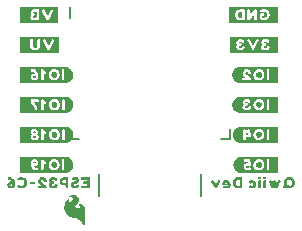
<source format=gbo>
G04 EAGLE Gerber RS-274X export*
G75*
%MOMM*%
%FSLAX34Y34*%
%LPD*%
%INSilkscreen Bottom*%
%IPPOS*%
%AMOC8*
5,1,8,0,0,1.08239X$1,22.5*%
G01*
%ADD10C,0.203200*%
%ADD11C,0.200000*%

G36*
X55073Y107453D02*
X55073Y107453D01*
X55076Y107451D01*
X55081Y107459D01*
X55117Y107487D01*
X55106Y107502D01*
X55110Y107511D01*
X55126Y107479D01*
X55164Y107459D01*
X55170Y107451D01*
X55770Y107451D01*
X55774Y107454D01*
X55777Y107451D01*
X57177Y107651D01*
X57182Y107656D01*
X57186Y107653D01*
X57786Y107853D01*
X57789Y107858D01*
X57792Y107856D01*
X58992Y108456D01*
X58994Y108460D01*
X58997Y108459D01*
X59597Y108859D01*
X59600Y108866D01*
X59605Y108865D01*
X60605Y109865D01*
X60605Y109869D01*
X60608Y109869D01*
X61008Y110369D01*
X61009Y110377D01*
X61014Y110378D01*
X61914Y112178D01*
X61913Y112183D01*
X61917Y112184D01*
X62117Y112784D01*
X62115Y112791D01*
X62119Y112793D01*
X62219Y113493D01*
X62216Y113498D01*
X62219Y113500D01*
X62219Y114900D01*
X62216Y114905D01*
X62219Y114908D01*
X62119Y115508D01*
X62019Y116207D01*
X62011Y116215D01*
X62014Y116222D01*
X61716Y116819D01*
X61517Y117416D01*
X61509Y117421D01*
X61511Y117427D01*
X60711Y118627D01*
X60708Y118628D01*
X60708Y118631D01*
X60308Y119131D01*
X60301Y119133D01*
X60301Y119138D01*
X59801Y119538D01*
X59797Y119539D01*
X59797Y119541D01*
X58597Y120341D01*
X58593Y120341D01*
X58592Y120344D01*
X57992Y120644D01*
X57987Y120643D01*
X57986Y120647D01*
X57386Y120847D01*
X57384Y120846D01*
X57384Y120847D01*
X56684Y121047D01*
X56674Y121044D01*
X56670Y121049D01*
X55975Y121049D01*
X55480Y121148D01*
X55473Y121145D01*
X55470Y121149D01*
X17470Y121149D01*
X17423Y121113D01*
X17425Y121110D01*
X17421Y121108D01*
X17321Y120508D01*
X17324Y120503D01*
X17321Y120500D01*
X17321Y107700D01*
X17350Y107662D01*
X17352Y107654D01*
X17852Y107454D01*
X17865Y107458D01*
X17870Y107451D01*
X55070Y107451D01*
X55073Y107453D01*
G37*
G36*
X55674Y82054D02*
X55674Y82054D01*
X55677Y82051D01*
X57077Y82251D01*
X57082Y82256D01*
X57086Y82253D01*
X57686Y82453D01*
X57687Y82456D01*
X57689Y82455D01*
X58389Y82755D01*
X58392Y82759D01*
X58395Y82758D01*
X58895Y83058D01*
X58896Y83059D01*
X58897Y83059D01*
X59497Y83459D01*
X59498Y83462D01*
X59501Y83462D01*
X60001Y83862D01*
X60002Y83866D01*
X60005Y83865D01*
X60505Y84365D01*
X60505Y84369D01*
X60508Y84369D01*
X60908Y84869D01*
X60909Y84873D01*
X60911Y84873D01*
X61311Y85473D01*
X61311Y85477D01*
X61314Y85478D01*
X61914Y86678D01*
X61912Y86689D01*
X61919Y86693D01*
X62018Y87389D01*
X62217Y87984D01*
X62214Y87994D01*
X62217Y87997D01*
X62216Y87998D01*
X62219Y88000D01*
X62219Y89400D01*
X62216Y89405D01*
X62219Y89408D01*
X62119Y90008D01*
X62019Y90707D01*
X62014Y90712D01*
X62017Y90716D01*
X61817Y91316D01*
X61814Y91317D01*
X61815Y91319D01*
X61515Y92019D01*
X61513Y92021D01*
X61514Y92022D01*
X61214Y92622D01*
X61207Y92625D01*
X61208Y92631D01*
X60808Y93131D01*
X60804Y93132D01*
X60805Y93135D01*
X59805Y94135D01*
X59801Y94135D01*
X59801Y94138D01*
X59301Y94538D01*
X59293Y94539D01*
X59292Y94544D01*
X57492Y95444D01*
X57481Y95442D01*
X57477Y95449D01*
X56777Y95549D01*
X56078Y95649D01*
X55478Y95749D01*
X55473Y95746D01*
X55470Y95749D01*
X17570Y95749D01*
X17532Y95720D01*
X17524Y95718D01*
X17324Y95218D01*
X17325Y95216D01*
X17323Y95214D01*
X17327Y95208D01*
X17328Y95205D01*
X17321Y95200D01*
X17321Y82300D01*
X17350Y82262D01*
X17352Y82254D01*
X17852Y82054D01*
X17865Y82058D01*
X17870Y82051D01*
X55670Y82051D01*
X55674Y82054D01*
G37*
G36*
X55575Y56654D02*
X55575Y56654D01*
X55578Y56651D01*
X56178Y56751D01*
X56877Y56851D01*
X56885Y56859D01*
X56892Y56856D01*
X57488Y57154D01*
X58184Y57353D01*
X58188Y57358D01*
X58192Y57356D01*
X58792Y57656D01*
X58795Y57663D01*
X58801Y57662D01*
X59301Y58062D01*
X59302Y58066D01*
X59305Y58065D01*
X60305Y59065D01*
X60305Y59069D01*
X60308Y59069D01*
X60708Y59569D01*
X60709Y59573D01*
X60711Y59573D01*
X61111Y60173D01*
X61111Y60177D01*
X61114Y60178D01*
X61414Y60778D01*
X61413Y60783D01*
X61417Y60784D01*
X61617Y61384D01*
X61616Y61386D01*
X61617Y61386D01*
X61654Y61513D01*
X61696Y61661D01*
X61710Y61710D01*
X61752Y61858D01*
X61794Y62006D01*
X61808Y62055D01*
X61817Y62086D01*
X61816Y62090D01*
X61819Y62092D01*
X61919Y62692D01*
X61918Y62693D01*
X61919Y62693D01*
X62019Y63393D01*
X62014Y63402D01*
X62019Y63407D01*
X61819Y64807D01*
X61818Y64808D01*
X61819Y64808D01*
X61719Y65408D01*
X61715Y65411D01*
X61717Y65414D01*
X61517Y66114D01*
X61512Y66118D01*
X61514Y66122D01*
X61214Y66722D01*
X61210Y66724D01*
X61211Y66727D01*
X60811Y67327D01*
X60808Y67328D01*
X60808Y67331D01*
X60008Y68331D01*
X60004Y68332D01*
X60005Y68335D01*
X59505Y68835D01*
X59498Y68836D01*
X59497Y68841D01*
X58897Y69241D01*
X58893Y69241D01*
X58892Y69244D01*
X57692Y69844D01*
X57687Y69843D01*
X57686Y69847D01*
X57086Y70047D01*
X57084Y70046D01*
X57084Y70047D01*
X56384Y70247D01*
X56379Y70246D01*
X56377Y70249D01*
X55677Y70349D01*
X55672Y70346D01*
X55670Y70349D01*
X17870Y70349D01*
X17861Y70342D01*
X17858Y70342D01*
X17852Y70346D01*
X17352Y70146D01*
X17336Y70119D01*
X17323Y70109D01*
X17326Y70104D01*
X17321Y70100D01*
X17321Y57200D01*
X17329Y57189D01*
X17324Y57182D01*
X17524Y56682D01*
X17565Y56657D01*
X17570Y56651D01*
X55570Y56651D01*
X55575Y56654D01*
G37*
G36*
X54773Y132853D02*
X54773Y132853D01*
X54776Y132851D01*
X54781Y132859D01*
X54817Y132887D01*
X54806Y132902D01*
X54810Y132911D01*
X54826Y132879D01*
X54864Y132859D01*
X54870Y132851D01*
X55470Y132851D01*
X55474Y132854D01*
X55477Y132851D01*
X56877Y133051D01*
X56882Y133056D01*
X56886Y133053D01*
X57486Y133253D01*
X57489Y133258D01*
X57492Y133256D01*
X58692Y133856D01*
X58694Y133860D01*
X58697Y133859D01*
X59297Y134259D01*
X59300Y134266D01*
X59305Y134265D01*
X59803Y134763D01*
X60301Y135162D01*
X60303Y135172D01*
X60311Y135173D01*
X61111Y136373D01*
X61111Y136377D01*
X61114Y136378D01*
X61414Y136978D01*
X61413Y136983D01*
X61417Y136984D01*
X61817Y138184D01*
X61815Y138191D01*
X61819Y138193D01*
X62019Y139593D01*
X62014Y139602D01*
X62019Y139607D01*
X61919Y140307D01*
X61918Y140308D01*
X61919Y140308D01*
X61819Y140908D01*
X61719Y141607D01*
X61714Y141612D01*
X61717Y141616D01*
X61517Y142216D01*
X61512Y142219D01*
X61514Y142222D01*
X61214Y142822D01*
X61210Y142824D01*
X61211Y142827D01*
X60411Y144027D01*
X60408Y144028D01*
X60408Y144031D01*
X60008Y144531D01*
X60001Y144533D01*
X60001Y144538D01*
X59501Y144938D01*
X59497Y144939D01*
X59497Y144941D01*
X58297Y145741D01*
X58293Y145741D01*
X58292Y145744D01*
X57692Y146044D01*
X57687Y146043D01*
X57686Y146047D01*
X57086Y146247D01*
X57084Y146246D01*
X57084Y146247D01*
X56384Y146447D01*
X56374Y146444D01*
X56370Y146449D01*
X55774Y146449D01*
X55178Y146549D01*
X55173Y146546D01*
X55170Y146549D01*
X17870Y146549D01*
X17861Y146542D01*
X17857Y146542D01*
X17852Y146546D01*
X17352Y146346D01*
X17336Y146319D01*
X17323Y146309D01*
X17326Y146304D01*
X17321Y146300D01*
X17321Y133400D01*
X17329Y133389D01*
X17324Y133382D01*
X17524Y132882D01*
X17565Y132857D01*
X17570Y132851D01*
X54770Y132851D01*
X54773Y132853D01*
G37*
G36*
X234765Y183654D02*
X234765Y183654D01*
X234768Y183651D01*
X235368Y183751D01*
X235409Y183795D01*
X235406Y183798D01*
X235409Y183800D01*
X235409Y197300D01*
X235373Y197347D01*
X235366Y197342D01*
X235360Y197349D01*
X194760Y197349D01*
X194755Y197346D01*
X194752Y197349D01*
X194152Y197249D01*
X194115Y197210D01*
X194113Y197208D01*
X194113Y197207D01*
X194111Y197205D01*
X194114Y197203D01*
X194111Y197200D01*
X194111Y183700D01*
X194147Y183653D01*
X194154Y183658D01*
X194160Y183651D01*
X234760Y183651D01*
X234765Y183654D01*
G37*
G36*
X234871Y158259D02*
X234871Y158259D01*
X234878Y158254D01*
X235378Y158454D01*
X235393Y158478D01*
X235400Y158484D01*
X235398Y158487D01*
X235403Y158495D01*
X235409Y158500D01*
X235409Y171400D01*
X235401Y171411D01*
X235406Y171418D01*
X235206Y171918D01*
X235165Y171943D01*
X235160Y171949D01*
X195460Y171949D01*
X195455Y171946D01*
X195452Y171949D01*
X194852Y171849D01*
X194815Y171810D01*
X194813Y171808D01*
X194813Y171807D01*
X194811Y171805D01*
X194814Y171803D01*
X194811Y171800D01*
X194811Y158900D01*
X194814Y158895D01*
X194811Y158892D01*
X194911Y158292D01*
X194955Y158251D01*
X194958Y158254D01*
X194960Y158251D01*
X234860Y158251D01*
X234871Y158259D01*
G37*
G36*
X234871Y132859D02*
X234871Y132859D01*
X234878Y132854D01*
X235378Y133054D01*
X235393Y133078D01*
X235400Y133084D01*
X235398Y133087D01*
X235403Y133095D01*
X235409Y133100D01*
X235409Y146000D01*
X235401Y146011D01*
X235406Y146018D01*
X235206Y146518D01*
X235165Y146543D01*
X235160Y146549D01*
X202860Y146549D01*
X202856Y146546D01*
X202853Y146549D01*
X202153Y146449D01*
X202148Y146444D01*
X202144Y146447D01*
X201545Y146247D01*
X200846Y146047D01*
X200842Y146042D01*
X200838Y146044D01*
X199638Y145444D01*
X199635Y145437D01*
X199629Y145438D01*
X199129Y145038D01*
X199128Y145034D01*
X199125Y145035D01*
X198125Y144035D01*
X198125Y144031D01*
X198122Y144031D01*
X197722Y143531D01*
X197721Y143523D01*
X197716Y143522D01*
X197116Y142322D01*
X197116Y142320D01*
X197115Y142319D01*
X196815Y141619D01*
X196817Y141611D01*
X196811Y141608D01*
X196711Y141008D01*
X196712Y141007D01*
X196711Y141007D01*
X196611Y140307D01*
X196614Y140302D01*
X196611Y140300D01*
X196611Y138900D01*
X196614Y138895D01*
X196611Y138892D01*
X196711Y138292D01*
X196715Y138289D01*
X196713Y138286D01*
X196913Y137586D01*
X196914Y137585D01*
X196913Y137584D01*
X197113Y136984D01*
X197118Y136981D01*
X197116Y136978D01*
X197416Y136378D01*
X197420Y136376D01*
X197419Y136373D01*
X197819Y135773D01*
X197822Y135772D01*
X197822Y135769D01*
X198222Y135269D01*
X198226Y135268D01*
X198225Y135265D01*
X199225Y134265D01*
X199237Y134264D01*
X199238Y134256D01*
X199835Y133957D01*
X200433Y133559D01*
X200442Y133560D01*
X200444Y133553D01*
X201041Y133354D01*
X201638Y133056D01*
X201649Y133058D01*
X201653Y133051D01*
X203053Y132851D01*
X203058Y132854D01*
X203060Y132851D01*
X234860Y132851D01*
X234871Y132859D01*
G37*
G36*
X235086Y107470D02*
X235086Y107470D01*
X235099Y107470D01*
X235399Y107870D01*
X235399Y107878D01*
X235403Y107881D01*
X235399Y107885D01*
X235399Y107892D01*
X235409Y107900D01*
X235409Y120800D01*
X235390Y120826D01*
X235390Y120839D01*
X234990Y121139D01*
X234972Y121139D01*
X234969Y121142D01*
X234965Y121142D01*
X234960Y121149D01*
X203560Y121149D01*
X203556Y121146D01*
X203553Y121149D01*
X202153Y120949D01*
X202152Y120948D01*
X202152Y120949D01*
X201552Y120849D01*
X201546Y120842D01*
X201541Y120845D01*
X200841Y120545D01*
X200839Y120543D01*
X200838Y120544D01*
X200238Y120244D01*
X200237Y120241D01*
X200235Y120242D01*
X199735Y119942D01*
X199734Y119941D01*
X199733Y119941D01*
X199133Y119541D01*
X199130Y119534D01*
X199125Y119535D01*
X198625Y119035D01*
X198625Y119031D01*
X198622Y119031D01*
X197822Y118031D01*
X197821Y118027D01*
X197819Y118027D01*
X197419Y117427D01*
X197420Y117418D01*
X197419Y117417D01*
X197413Y117416D01*
X197213Y116816D01*
X197214Y116814D01*
X197213Y116814D01*
X197187Y116723D01*
X197173Y116674D01*
X197131Y116526D01*
X197088Y116378D01*
X197074Y116329D01*
X197032Y116181D01*
X197013Y116115D01*
X196813Y115516D01*
X196815Y115509D01*
X196811Y115507D01*
X196711Y114807D01*
X196713Y114803D01*
X196713Y114802D01*
X196711Y114800D01*
X196711Y114100D01*
X196714Y114096D01*
X196711Y114093D01*
X196811Y113393D01*
X196812Y113392D01*
X196811Y113392D01*
X196911Y112792D01*
X196915Y112789D01*
X196913Y112786D01*
X197113Y112086D01*
X197114Y112085D01*
X197113Y112084D01*
X197313Y111484D01*
X197318Y111481D01*
X197316Y111478D01*
X197616Y110878D01*
X197620Y110876D01*
X197619Y110873D01*
X198019Y110273D01*
X198022Y110272D01*
X198022Y110269D01*
X198422Y109769D01*
X198426Y109768D01*
X198425Y109765D01*
X198925Y109265D01*
X198929Y109265D01*
X198929Y109262D01*
X199429Y108862D01*
X199433Y108861D01*
X199433Y108859D01*
X200033Y108459D01*
X200037Y108459D01*
X200038Y108456D01*
X201238Y107856D01*
X201245Y107857D01*
X201246Y107853D01*
X201946Y107653D01*
X201950Y107654D01*
X201952Y107651D01*
X202552Y107551D01*
X202553Y107552D01*
X202553Y107551D01*
X203253Y107451D01*
X203258Y107454D01*
X203260Y107451D01*
X235060Y107451D01*
X235086Y107470D01*
G37*
G36*
X235086Y82070D02*
X235086Y82070D01*
X235099Y82070D01*
X235399Y82470D01*
X235399Y82478D01*
X235403Y82481D01*
X235399Y82485D01*
X235399Y82492D01*
X235409Y82500D01*
X235409Y95400D01*
X235393Y95421D01*
X235395Y95435D01*
X235095Y95735D01*
X235070Y95738D01*
X235067Y95742D01*
X235065Y95742D01*
X235060Y95749D01*
X203460Y95749D01*
X203455Y95746D01*
X203452Y95749D01*
X202852Y95649D01*
X202153Y95549D01*
X202150Y95545D01*
X202148Y95545D01*
X202147Y95545D01*
X202144Y95547D01*
X201544Y95347D01*
X201543Y95344D01*
X201541Y95345D01*
X200841Y95045D01*
X200839Y95043D01*
X200838Y95044D01*
X200238Y94744D01*
X200235Y94737D01*
X200229Y94738D01*
X199229Y93938D01*
X199228Y93934D01*
X199225Y93935D01*
X198725Y93435D01*
X198725Y93431D01*
X198722Y93431D01*
X198322Y92931D01*
X198321Y92927D01*
X198319Y92927D01*
X197919Y92327D01*
X197919Y92323D01*
X197916Y92322D01*
X197316Y91122D01*
X197317Y91115D01*
X197313Y91114D01*
X197274Y90978D01*
X197232Y90831D01*
X197218Y90781D01*
X197176Y90634D01*
X197133Y90486D01*
X197119Y90437D01*
X197113Y90414D01*
X197115Y90409D01*
X197111Y90407D01*
X197011Y89707D01*
X197014Y89702D01*
X197011Y89700D01*
X197011Y88400D01*
X197014Y88396D01*
X197011Y88393D01*
X197111Y87693D01*
X197112Y87692D01*
X197111Y87692D01*
X197211Y87092D01*
X197215Y87089D01*
X197213Y87086D01*
X197413Y86386D01*
X197418Y86382D01*
X197416Y86378D01*
X197716Y85778D01*
X197720Y85776D01*
X197719Y85773D01*
X198119Y85173D01*
X198122Y85172D01*
X198122Y85169D01*
X198922Y84169D01*
X198926Y84168D01*
X198925Y84165D01*
X199425Y83665D01*
X199432Y83664D01*
X199433Y83659D01*
X200031Y83260D01*
X200529Y82862D01*
X200537Y82861D01*
X200538Y82856D01*
X201138Y82556D01*
X201145Y82557D01*
X201146Y82553D01*
X201846Y82353D01*
X201850Y82354D01*
X201852Y82351D01*
X202452Y82251D01*
X202453Y82252D01*
X202453Y82251D01*
X203853Y82051D01*
X203858Y82054D01*
X203860Y82051D01*
X235060Y82051D01*
X235086Y82070D01*
G37*
G36*
X234871Y56659D02*
X234871Y56659D01*
X234878Y56654D01*
X235378Y56854D01*
X235393Y56878D01*
X235400Y56884D01*
X235398Y56887D01*
X235403Y56895D01*
X235409Y56900D01*
X235409Y69700D01*
X235406Y69705D01*
X235409Y69708D01*
X235309Y70308D01*
X235265Y70349D01*
X235263Y70346D01*
X235260Y70349D01*
X204160Y70349D01*
X204155Y70346D01*
X204152Y70349D01*
X203552Y70249D01*
X202853Y70149D01*
X202850Y70145D01*
X202848Y70145D01*
X202847Y70145D01*
X202844Y70147D01*
X202245Y69947D01*
X201546Y69747D01*
X201540Y69739D01*
X201533Y69741D01*
X200934Y69342D01*
X200435Y69042D01*
X200433Y69037D01*
X200428Y69038D01*
X199828Y68538D01*
X199828Y68534D01*
X199825Y68535D01*
X199425Y68135D01*
X199425Y68131D01*
X199422Y68132D01*
X198922Y67532D01*
X198922Y67531D01*
X198522Y67031D01*
X198521Y67023D01*
X198516Y67022D01*
X198216Y66422D01*
X198217Y66418D01*
X198214Y66416D01*
X198213Y66416D01*
X198013Y65816D01*
X198014Y65814D01*
X198013Y65814D01*
X197974Y65677D01*
X197931Y65529D01*
X197917Y65480D01*
X197875Y65332D01*
X197833Y65184D01*
X197819Y65135D01*
X197813Y65114D01*
X197815Y65109D01*
X197811Y65107D01*
X197711Y64408D01*
X197611Y63808D01*
X197613Y63805D01*
X197614Y63804D01*
X197614Y63803D01*
X197611Y63800D01*
X197611Y63100D01*
X197614Y63096D01*
X197611Y63093D01*
X197711Y62393D01*
X197712Y62392D01*
X197711Y62392D01*
X197811Y61792D01*
X197815Y61789D01*
X197813Y61786D01*
X198013Y61086D01*
X198018Y61082D01*
X198016Y61078D01*
X198616Y59878D01*
X198620Y59876D01*
X198619Y59873D01*
X199019Y59273D01*
X199026Y59270D01*
X199025Y59265D01*
X199925Y58365D01*
X199929Y58365D01*
X199928Y58362D01*
X200528Y57862D01*
X200537Y57862D01*
X200538Y57856D01*
X202338Y56956D01*
X202349Y56958D01*
X202353Y56951D01*
X203052Y56851D01*
X203652Y56751D01*
X203653Y56752D01*
X203653Y56751D01*
X204353Y56651D01*
X204358Y56654D01*
X204360Y56651D01*
X234860Y56651D01*
X234871Y56659D01*
G37*
G36*
X49496Y158270D02*
X49496Y158270D01*
X49509Y158270D01*
X49809Y158670D01*
X49809Y158678D01*
X49813Y158681D01*
X49809Y158685D01*
X49809Y158692D01*
X49819Y158700D01*
X49819Y171600D01*
X49797Y171630D01*
X49795Y171642D01*
X49295Y171942D01*
X49283Y171941D01*
X49282Y171942D01*
X49275Y171942D01*
X49270Y171949D01*
X17870Y171949D01*
X17861Y171942D01*
X17857Y171942D01*
X17852Y171946D01*
X17352Y171746D01*
X17336Y171719D01*
X17323Y171709D01*
X17326Y171704D01*
X17321Y171700D01*
X17321Y158800D01*
X17329Y158789D01*
X17324Y158782D01*
X17524Y158282D01*
X17565Y158257D01*
X17570Y158251D01*
X49470Y158251D01*
X49496Y158270D01*
G37*
G36*
X48917Y183687D02*
X48917Y183687D01*
X48912Y183694D01*
X48919Y183700D01*
X48919Y197300D01*
X48883Y197347D01*
X48876Y197342D01*
X48870Y197349D01*
X17670Y197349D01*
X17644Y197330D01*
X17631Y197330D01*
X17331Y196930D01*
X17331Y196918D01*
X17323Y196912D01*
X17328Y196905D01*
X17321Y196900D01*
X17321Y184100D01*
X17334Y184082D01*
X17331Y184070D01*
X17631Y183670D01*
X17662Y183662D01*
X17670Y183651D01*
X48870Y183651D01*
X48917Y183687D01*
G37*
G36*
X71805Y12122D02*
X71805Y12122D01*
X71831Y12123D01*
X71885Y12153D01*
X71943Y12175D01*
X71960Y12194D01*
X71983Y12206D01*
X72018Y12257D01*
X72060Y12302D01*
X72068Y12327D01*
X72083Y12348D01*
X72099Y12432D01*
X72110Y12468D01*
X72108Y12478D01*
X72110Y12490D01*
X72110Y26190D01*
X72106Y26210D01*
X72107Y26237D01*
X72007Y27037D01*
X71999Y27061D01*
X71996Y27094D01*
X71796Y27794D01*
X71777Y27828D01*
X71756Y27886D01*
X71156Y28886D01*
X71136Y28906D01*
X71068Y28987D01*
X70568Y29387D01*
X70563Y29389D01*
X70558Y29394D01*
X70158Y29694D01*
X70123Y29709D01*
X70071Y29743D01*
X69571Y29943D01*
X69542Y29947D01*
X69505Y29963D01*
X69005Y30063D01*
X68999Y30063D01*
X68993Y30065D01*
X68393Y30165D01*
X68366Y30163D01*
X68330Y30170D01*
X67130Y30170D01*
X67115Y30167D01*
X67100Y30169D01*
X66968Y30132D01*
X66961Y30131D01*
X66961Y30130D01*
X66960Y30130D01*
X66584Y29942D01*
X66560Y29930D01*
X66541Y29914D01*
X66517Y29905D01*
X66475Y29859D01*
X66427Y29819D01*
X66417Y29797D01*
X66400Y29778D01*
X66382Y29718D01*
X66356Y29661D01*
X66358Y29636D01*
X66350Y29612D01*
X66361Y29550D01*
X66364Y29488D01*
X66376Y29466D01*
X66380Y29441D01*
X66429Y29368D01*
X66447Y29336D01*
X66455Y29331D01*
X66461Y29321D01*
X66561Y29221D01*
X66593Y29201D01*
X66660Y29150D01*
X67060Y28950D01*
X67083Y28944D01*
X67110Y28929D01*
X67325Y28858D01*
X67798Y28385D01*
X67850Y28228D01*
X67850Y27952D01*
X67785Y27759D01*
X67635Y27532D01*
X67116Y27014D01*
X66721Y26856D01*
X66292Y26770D01*
X65577Y26770D01*
X64886Y26943D01*
X64390Y27274D01*
X64069Y27675D01*
X63910Y28152D01*
X63910Y28721D01*
X64157Y29379D01*
X64799Y30021D01*
X64804Y30030D01*
X64814Y30037D01*
X65614Y30937D01*
X65615Y30939D01*
X65616Y30940D01*
X66316Y31740D01*
X66332Y31769D01*
X66362Y31805D01*
X66862Y32705D01*
X66873Y32743D01*
X66901Y32808D01*
X67101Y33708D01*
X67101Y33710D01*
X67102Y33712D01*
X67101Y33741D01*
X67110Y33790D01*
X67110Y34590D01*
X67102Y34627D01*
X67091Y34710D01*
X66791Y35610D01*
X66772Y35641D01*
X66752Y35692D01*
X66252Y36492D01*
X66231Y36513D01*
X66163Y36590D01*
X65263Y37290D01*
X65239Y37301D01*
X65212Y37324D01*
X64112Y37924D01*
X64093Y37929D01*
X64079Y37939D01*
X64046Y37946D01*
X63998Y37964D01*
X62898Y38164D01*
X62869Y38163D01*
X62830Y38170D01*
X61830Y38170D01*
X61797Y38163D01*
X61748Y38161D01*
X60848Y37961D01*
X60815Y37945D01*
X60760Y37930D01*
X60754Y37927D01*
X59994Y37547D01*
X59360Y37230D01*
X59338Y37212D01*
X59302Y37194D01*
X58902Y36894D01*
X58887Y36876D01*
X58861Y36859D01*
X58761Y36759D01*
X58748Y36737D01*
X58728Y36721D01*
X58702Y36664D01*
X58670Y36612D01*
X58667Y36586D01*
X58657Y36562D01*
X58659Y36501D01*
X58653Y36439D01*
X58662Y36415D01*
X58663Y36389D01*
X58693Y36335D01*
X58715Y36277D01*
X58734Y36260D01*
X58746Y36237D01*
X58797Y36202D01*
X58842Y36160D01*
X58867Y36152D01*
X58888Y36137D01*
X58972Y36121D01*
X59008Y36110D01*
X59018Y36112D01*
X59030Y36110D01*
X59130Y36110D01*
X59145Y36113D01*
X59160Y36111D01*
X59292Y36148D01*
X59299Y36149D01*
X59299Y36150D01*
X59300Y36150D01*
X59420Y36210D01*
X59883Y36210D01*
X60238Y36121D01*
X60246Y36121D01*
X60255Y36117D01*
X60706Y36027D01*
X61029Y35865D01*
X61350Y35625D01*
X61501Y35399D01*
X61578Y35244D01*
X61650Y35028D01*
X61650Y34537D01*
X61577Y34246D01*
X61235Y33732D01*
X60680Y33178D01*
X60310Y32901D01*
X60039Y32720D01*
X59807Y32604D01*
X59697Y32549D01*
X58983Y32370D01*
X58792Y32370D01*
X58635Y32422D01*
X58443Y32615D01*
X58382Y32736D01*
X58310Y32952D01*
X58310Y33790D01*
X58298Y33841D01*
X58297Y33885D01*
X58289Y33899D01*
X58285Y33926D01*
X58275Y33941D01*
X58271Y33959D01*
X58229Y34010D01*
X58214Y34037D01*
X58206Y34042D01*
X58188Y34070D01*
X58172Y34079D01*
X58161Y34092D01*
X58097Y34121D01*
X58085Y34128D01*
X58072Y34137D01*
X58068Y34138D01*
X58037Y34155D01*
X58019Y34156D01*
X58002Y34163D01*
X57946Y34161D01*
X57930Y34164D01*
X57920Y34164D01*
X57910Y34162D01*
X57864Y34164D01*
X57845Y34157D01*
X57829Y34157D01*
X57795Y34138D01*
X57774Y34130D01*
X57752Y34125D01*
X57744Y34118D01*
X57728Y34112D01*
X56928Y33612D01*
X56901Y33585D01*
X56846Y33543D01*
X56046Y32643D01*
X56033Y32620D01*
X56009Y32594D01*
X55309Y31494D01*
X55297Y31460D01*
X55269Y31410D01*
X54769Y29910D01*
X54767Y29888D01*
X54756Y29860D01*
X54456Y28260D01*
X54458Y28224D01*
X54450Y28168D01*
X54550Y26468D01*
X54559Y26437D01*
X54562Y26393D01*
X55062Y24493D01*
X55080Y24461D01*
X55098Y24405D01*
X56098Y22605D01*
X56115Y22587D01*
X56130Y22557D01*
X56830Y21657D01*
X56846Y21643D01*
X56861Y21621D01*
X57661Y20821D01*
X57671Y20815D01*
X57680Y20804D01*
X58480Y20104D01*
X58505Y20090D01*
X58534Y20064D01*
X59534Y19464D01*
X59559Y19456D01*
X59589Y19437D01*
X60589Y19037D01*
X60608Y19034D01*
X60630Y19023D01*
X61730Y18723D01*
X61747Y18723D01*
X61768Y18715D01*
X62968Y18515D01*
X62994Y18517D01*
X63030Y18510D01*
X64899Y18510D01*
X65396Y18427D01*
X66294Y17888D01*
X67251Y16932D01*
X68441Y15543D01*
X68452Y15535D01*
X68461Y15521D01*
X69649Y14333D01*
X70138Y13747D01*
X70150Y13737D01*
X70161Y13721D01*
X70628Y13254D01*
X70904Y12794D01*
X70929Y12768D01*
X70961Y12721D01*
X71461Y12221D01*
X71483Y12208D01*
X71499Y12188D01*
X71556Y12162D01*
X71608Y12130D01*
X71634Y12127D01*
X71658Y12117D01*
X71719Y12119D01*
X71781Y12113D01*
X71805Y12122D01*
G37*
%LPC*%
G36*
X35678Y109649D02*
X35678Y109649D01*
X35107Y109840D01*
X34919Y110309D01*
X34919Y118483D01*
X35297Y118955D01*
X35871Y119050D01*
X36551Y118953D01*
X36938Y118662D01*
X38934Y116767D01*
X39321Y116283D01*
X39321Y115800D01*
X39357Y115753D01*
X39360Y115755D01*
X39363Y115751D01*
X41363Y115451D01*
X41415Y115480D01*
X41413Y115483D01*
X41417Y115484D01*
X41616Y116081D01*
X42212Y117273D01*
X42605Y117765D01*
X43201Y118262D01*
X43697Y118658D01*
X44289Y118954D01*
X44881Y119152D01*
X45573Y119251D01*
X46663Y119251D01*
X47355Y119053D01*
X47951Y118854D01*
X48543Y118558D01*
X49037Y118163D01*
X49533Y117667D01*
X49928Y117173D01*
X50226Y116578D01*
X50522Y115985D01*
X50621Y115293D01*
X50721Y114597D01*
X50721Y113904D01*
X50622Y113311D01*
X50612Y113276D01*
X50598Y113226D01*
X50556Y113079D01*
X50513Y112931D01*
X50499Y112882D01*
X50457Y112734D01*
X50424Y112618D01*
X50128Y112027D01*
X49732Y111531D01*
X49731Y111527D01*
X49729Y111527D01*
X49335Y110936D01*
X48743Y110541D01*
X48742Y110538D01*
X48739Y110538D01*
X48243Y110142D01*
X47655Y109848D01*
X46963Y109749D01*
X46962Y109748D01*
X46962Y109749D01*
X46366Y109649D01*
X45673Y109649D01*
X44981Y109748D01*
X44389Y109946D01*
X43199Y110541D01*
X42708Y111031D01*
X42311Y111627D01*
X42308Y111628D01*
X42308Y111631D01*
X41914Y112124D01*
X41717Y112715D01*
X41518Y113411D01*
X41419Y114004D01*
X41419Y115400D01*
X41383Y115447D01*
X41380Y115445D01*
X41377Y115449D01*
X39377Y115749D01*
X39345Y115731D01*
X39332Y115732D01*
X38837Y115138D01*
X38360Y114852D01*
X37788Y114947D01*
X37197Y115341D01*
X37189Y115340D01*
X37183Y115347D01*
X37173Y115340D01*
X37138Y115337D01*
X37139Y115314D01*
X37121Y115300D01*
X37121Y110504D01*
X37025Y109931D01*
X36556Y109649D01*
X35678Y109649D01*
G37*
%LPD*%
G36*
X245668Y43517D02*
X245668Y43517D01*
X245674Y43513D01*
X246374Y43713D01*
X246375Y43714D01*
X246376Y43713D01*
X246976Y43913D01*
X246981Y43921D01*
X246987Y43919D01*
X247587Y44319D01*
X247588Y44322D01*
X247591Y44322D01*
X248091Y44722D01*
X248092Y44726D01*
X248095Y44725D01*
X248595Y45225D01*
X248596Y45232D01*
X248601Y45233D01*
X249001Y45833D01*
X249001Y45835D01*
X249002Y45835D01*
X249302Y46335D01*
X249296Y46394D01*
X249284Y46393D01*
X249281Y46405D01*
X249256Y46417D01*
X249262Y46417D01*
X249269Y46422D01*
X249299Y46429D01*
X249296Y46441D01*
X249307Y46444D01*
X249507Y47044D01*
X249505Y47050D01*
X249509Y47052D01*
X249609Y47652D01*
X249608Y47653D01*
X249609Y47653D01*
X249709Y48353D01*
X249704Y48362D01*
X249709Y48367D01*
X249509Y49767D01*
X249504Y49772D01*
X249507Y49776D01*
X249307Y50376D01*
X249302Y50379D01*
X249304Y50382D01*
X249004Y50982D01*
X249000Y50984D01*
X249001Y50987D01*
X248601Y51587D01*
X248598Y51588D01*
X248598Y51591D01*
X248198Y52091D01*
X248188Y52093D01*
X248187Y52101D01*
X247587Y52501D01*
X247586Y52501D01*
X247585Y52502D01*
X247085Y52802D01*
X247080Y52802D01*
X247079Y52805D01*
X246379Y53105D01*
X246371Y53103D01*
X246368Y53109D01*
X245768Y53209D01*
X245767Y53208D01*
X245767Y53209D01*
X245067Y53309D01*
X245062Y53306D01*
X245060Y53309D01*
X244360Y53309D01*
X244355Y53306D01*
X244352Y53309D01*
X243752Y53209D01*
X243745Y53201D01*
X243738Y53204D01*
X242538Y52604D01*
X242536Y52600D01*
X242533Y52601D01*
X241933Y52201D01*
X241930Y52194D01*
X241925Y52195D01*
X241425Y51695D01*
X241425Y51691D01*
X241422Y51691D01*
X241022Y51191D01*
X241021Y51187D01*
X241019Y51187D01*
X240619Y50587D01*
X240620Y50578D01*
X240613Y50576D01*
X240213Y49376D01*
X240217Y49365D01*
X240211Y49360D01*
X240211Y47960D01*
X240214Y47956D01*
X240211Y47953D01*
X240311Y47253D01*
X240316Y47248D01*
X240313Y47244D01*
X240513Y46646D01*
X240604Y46282D01*
X240033Y45901D01*
X240030Y45894D01*
X240025Y45895D01*
X239525Y45395D01*
X239522Y45375D01*
X239512Y45370D01*
X239412Y44870D01*
X239419Y44854D01*
X239419Y44853D01*
X239413Y44844D01*
X239613Y44244D01*
X239624Y44237D01*
X239622Y44228D01*
X240122Y43628D01*
X240145Y43623D01*
X240150Y43612D01*
X240650Y43512D01*
X240669Y43521D01*
X240679Y43515D01*
X241379Y43815D01*
X241385Y43824D01*
X241392Y43822D01*
X241973Y44307D01*
X242441Y44214D01*
X243033Y43819D01*
X243042Y43820D01*
X243044Y43813D01*
X243644Y43613D01*
X243651Y43615D01*
X243653Y43611D01*
X244353Y43511D01*
X244358Y43514D01*
X244360Y43511D01*
X245660Y43511D01*
X245668Y43517D01*
G37*
%LPC*%
G36*
X45078Y84249D02*
X45078Y84249D01*
X44489Y84446D01*
X43299Y85041D01*
X42807Y85533D01*
X42410Y86029D01*
X42013Y86625D01*
X41716Y87219D01*
X41518Y87811D01*
X41419Y88503D01*
X41419Y89892D01*
X41617Y90484D01*
X41616Y90486D01*
X41617Y90486D01*
X41638Y90558D01*
X41652Y90607D01*
X41694Y90755D01*
X41736Y90902D01*
X41750Y90952D01*
X41792Y91099D01*
X41793Y91099D01*
X41792Y91099D01*
X41816Y91180D01*
X42112Y91674D01*
X42508Y92269D01*
X43001Y92762D01*
X43595Y93157D01*
X44189Y93454D01*
X45378Y93851D01*
X46566Y93851D01*
X47159Y93752D01*
X47850Y93554D01*
X48344Y93258D01*
X48939Y92862D01*
X49433Y92367D01*
X49830Y91871D01*
X50225Y91278D01*
X50423Y90684D01*
X50622Y90089D01*
X50721Y89397D01*
X50721Y88703D01*
X50622Y88011D01*
X50423Y87416D01*
X50225Y86822D01*
X49830Y86229D01*
X49435Y85735D01*
X48839Y85238D01*
X48343Y84842D01*
X47751Y84546D01*
X47159Y84348D01*
X46467Y84249D01*
X45078Y84249D01*
G37*
%LPD*%
%LPC*%
G36*
X45273Y58849D02*
X45273Y58849D01*
X44581Y58948D01*
X43989Y59146D01*
X43397Y59442D01*
X42903Y59837D01*
X42407Y60333D01*
X41910Y60929D01*
X41614Y61422D01*
X41318Y62114D01*
X41219Y62708D01*
X41119Y63403D01*
X41119Y64097D01*
X41218Y64789D01*
X41416Y65381D01*
X42011Y66571D01*
X42999Y67559D01*
X44189Y68154D01*
X44781Y68352D01*
X45473Y68451D01*
X46463Y68451D01*
X47155Y68253D01*
X47751Y68054D01*
X48341Y67759D01*
X48835Y67265D01*
X48839Y67265D01*
X48839Y67262D01*
X49333Y66866D01*
X49727Y66275D01*
X50024Y65681D01*
X50222Y65089D01*
X50421Y63697D01*
X50421Y63004D01*
X50322Y62411D01*
X50284Y62279D01*
X50242Y62131D01*
X50228Y62082D01*
X50186Y61934D01*
X50143Y61786D01*
X50129Y61737D01*
X50124Y61718D01*
X49828Y61127D01*
X49433Y60633D01*
X48441Y59641D01*
X47848Y59344D01*
X47252Y59046D01*
X46563Y58849D01*
X45273Y58849D01*
G37*
%LPD*%
%LPC*%
G36*
X45273Y135049D02*
X45273Y135049D01*
X44581Y135148D01*
X43989Y135346D01*
X43397Y135642D01*
X42903Y136037D01*
X42407Y136533D01*
X42010Y137029D01*
X41615Y137622D01*
X41417Y138215D01*
X41218Y138911D01*
X41119Y139504D01*
X41119Y140296D01*
X41218Y140889D01*
X41253Y141013D01*
X41254Y141013D01*
X41253Y141013D01*
X41296Y141161D01*
X41310Y141210D01*
X41352Y141358D01*
X41394Y141505D01*
X41408Y141555D01*
X41417Y141585D01*
X41614Y142176D01*
X42008Y142669D01*
X42009Y142673D01*
X42011Y142673D01*
X42406Y143265D01*
X42997Y143659D01*
X42998Y143662D01*
X43001Y143662D01*
X43497Y144058D01*
X44088Y144354D01*
X44781Y144552D01*
X45374Y144651D01*
X46462Y144651D01*
X47054Y144453D01*
X47056Y144454D01*
X47056Y144453D01*
X47750Y144254D01*
X48244Y143958D01*
X48839Y143562D01*
X49333Y143067D01*
X49727Y142574D01*
X50024Y141882D01*
X50222Y141289D01*
X50321Y140593D01*
X50322Y140592D01*
X50321Y140592D01*
X50421Y139996D01*
X50421Y139303D01*
X50322Y138611D01*
X50124Y138019D01*
X49827Y137425D01*
X49432Y136831D01*
X48441Y135841D01*
X47251Y135246D01*
X46662Y135049D01*
X45273Y135049D01*
G37*
%LPD*%
%LPC*%
G36*
X218663Y135049D02*
X218663Y135049D01*
X217971Y135148D01*
X217379Y135346D01*
X216787Y135642D01*
X216293Y136037D01*
X215798Y136531D01*
X215401Y137127D01*
X215005Y137722D01*
X214807Y138316D01*
X214609Y138908D01*
X214609Y140297D01*
X214708Y140989D01*
X214907Y141584D01*
X215105Y142178D01*
X215498Y142769D01*
X216489Y143759D01*
X217679Y144354D01*
X218271Y144552D01*
X218963Y144651D01*
X219953Y144651D01*
X220645Y144453D01*
X221238Y144255D01*
X221831Y143860D01*
X222327Y143463D01*
X222823Y142967D01*
X223218Y142473D01*
X223514Y141882D01*
X223712Y141189D01*
X223811Y140592D01*
X223910Y139900D01*
X223811Y139207D01*
X223712Y138511D01*
X223514Y137919D01*
X223218Y137327D01*
X222822Y136831D01*
X222325Y136235D01*
X221831Y135840D01*
X221238Y135445D01*
X220644Y135247D01*
X220052Y135049D01*
X218663Y135049D01*
G37*
%LPD*%
%LPC*%
G36*
X218664Y58849D02*
X218664Y58849D01*
X218072Y58948D01*
X217479Y59146D01*
X216885Y59443D01*
X216291Y59838D01*
X215797Y60333D01*
X215402Y60827D01*
X215104Y61422D01*
X214806Y62018D01*
X214609Y62707D01*
X214609Y63300D01*
X214573Y63347D01*
X214567Y63343D01*
X214562Y63349D01*
X214530Y63351D01*
X214560Y63351D01*
X214607Y63387D01*
X214602Y63394D01*
X214609Y63400D01*
X214609Y64097D01*
X214709Y64792D01*
X214807Y65385D01*
X215103Y65975D01*
X215500Y66571D01*
X215894Y67063D01*
X216487Y67459D01*
X216488Y67462D01*
X216491Y67462D01*
X216987Y67858D01*
X217579Y68154D01*
X218171Y68352D01*
X218863Y68451D01*
X219952Y68451D01*
X220544Y68253D01*
X220546Y68254D01*
X220546Y68253D01*
X221240Y68054D01*
X221731Y67760D01*
X222327Y67263D01*
X222722Y66869D01*
X223117Y66275D01*
X223416Y65678D01*
X223469Y65652D01*
X223475Y65663D01*
X223487Y65659D01*
X223516Y65677D01*
X223712Y65089D01*
X223811Y64393D01*
X223910Y63700D01*
X223811Y63008D01*
X223712Y62411D01*
X223674Y62279D01*
X223632Y62131D01*
X223618Y62082D01*
X223576Y61934D01*
X223533Y61786D01*
X223519Y61737D01*
X223514Y61718D01*
X223218Y61127D01*
X222822Y60631D01*
X222425Y60135D01*
X221831Y59640D01*
X221337Y59343D01*
X220742Y59046D01*
X220053Y58849D01*
X218664Y58849D01*
G37*
%LPD*%
%LPC*%
G36*
X218467Y84249D02*
X218467Y84249D01*
X217775Y84447D01*
X217184Y84644D01*
X216691Y85038D01*
X216687Y85039D01*
X216687Y85041D01*
X216094Y85437D01*
X215700Y85929D01*
X215302Y86526D01*
X215004Y87022D01*
X214708Y87714D01*
X214609Y88304D01*
X214609Y89697D01*
X214708Y90389D01*
X214906Y90981D01*
X215203Y91575D01*
X215598Y92169D01*
X216091Y92662D01*
X216686Y93058D01*
X217182Y93356D01*
X217874Y93652D01*
X218468Y93751D01*
X219163Y93851D01*
X219457Y93851D01*
X220150Y93752D01*
X220845Y93553D01*
X221436Y93356D01*
X221929Y92962D01*
X221933Y92961D01*
X221933Y92959D01*
X222526Y92563D01*
X222920Y92071D01*
X223315Y91478D01*
X223513Y90885D01*
X223712Y90189D01*
X223811Y89592D01*
X223910Y88900D01*
X223811Y88207D01*
X223712Y87515D01*
X223416Y86922D01*
X223118Y86327D01*
X222723Y85833D01*
X222229Y85338D01*
X221635Y84943D01*
X220445Y84347D01*
X219856Y84249D01*
X218467Y84249D01*
G37*
%LPD*%
%LPC*%
G36*
X218468Y109649D02*
X218468Y109649D01*
X217279Y110046D01*
X216689Y110341D01*
X215697Y111333D01*
X215302Y111827D01*
X215006Y112419D01*
X214807Y113016D01*
X214758Y113049D01*
X214756Y113047D01*
X214754Y113049D01*
X214704Y113042D01*
X214609Y113703D01*
X214609Y115097D01*
X214708Y115789D01*
X214906Y116381D01*
X215202Y116973D01*
X215597Y117467D01*
X216589Y118459D01*
X217775Y119053D01*
X218368Y119151D01*
X219063Y119251D01*
X219457Y119251D01*
X220152Y119151D01*
X220745Y119053D01*
X221335Y118757D01*
X221931Y118360D01*
X222427Y117963D01*
X222919Y117471D01*
X223514Y116281D01*
X223712Y115689D01*
X223811Y114993D01*
X223910Y114300D01*
X223811Y113608D01*
X223713Y113015D01*
X223416Y112422D01*
X223427Y112364D01*
X223432Y112364D01*
X223432Y112360D01*
X223461Y112339D01*
X223428Y112337D01*
X223428Y112327D01*
X223418Y112325D01*
X223118Y111826D01*
X222722Y111231D01*
X222227Y110737D01*
X221733Y110342D01*
X221138Y110044D01*
X220545Y109748D01*
X219857Y109649D01*
X218468Y109649D01*
G37*
%LPD*%
G36*
X204064Y43514D02*
X204064Y43514D01*
X204066Y43511D01*
X204866Y43611D01*
X204882Y43627D01*
X204895Y43625D01*
X205195Y43925D01*
X205196Y43937D01*
X205201Y43941D01*
X205198Y43946D01*
X205198Y43947D01*
X205209Y43953D01*
X205309Y44653D01*
X205306Y44658D01*
X205309Y44660D01*
X205309Y52160D01*
X205306Y52165D01*
X205309Y52168D01*
X205209Y52768D01*
X205187Y52789D01*
X205185Y52802D01*
X204685Y53102D01*
X204667Y53100D01*
X204660Y53109D01*
X201360Y53109D01*
X201355Y53106D01*
X201352Y53109D01*
X200752Y53009D01*
X200749Y53005D01*
X200746Y53007D01*
X200046Y52807D01*
X200042Y52802D01*
X200038Y52804D01*
X199438Y52504D01*
X199437Y52501D01*
X199435Y52502D01*
X198935Y52202D01*
X198933Y52197D01*
X198928Y52198D01*
X198328Y51698D01*
X198327Y51691D01*
X198322Y51691D01*
X197922Y51191D01*
X197921Y51187D01*
X197919Y51187D01*
X197519Y50587D01*
X197519Y50586D01*
X197518Y50585D01*
X197218Y50085D01*
X197219Y50078D01*
X197213Y50074D01*
X197214Y50074D01*
X197213Y50074D01*
X197199Y50025D01*
X197185Y49976D01*
X197143Y49828D01*
X197100Y49680D01*
X197086Y49631D01*
X197044Y49483D01*
X197013Y49374D01*
X197016Y49364D01*
X197011Y49360D01*
X197011Y47260D01*
X197018Y47251D01*
X197013Y47244D01*
X197213Y46644D01*
X197218Y46641D01*
X197216Y46638D01*
X197516Y46038D01*
X197520Y46036D01*
X197519Y46033D01*
X197919Y45433D01*
X197922Y45432D01*
X197922Y45429D01*
X198322Y44929D01*
X198326Y44928D01*
X198325Y44925D01*
X198825Y44425D01*
X198837Y44424D01*
X198838Y44416D01*
X200038Y43816D01*
X200043Y43817D01*
X200044Y43813D01*
X200644Y43613D01*
X200651Y43615D01*
X200653Y43611D01*
X201353Y43511D01*
X201358Y43514D01*
X201360Y43511D01*
X204060Y43511D01*
X204064Y43514D01*
G37*
%LPC*%
G36*
X203264Y185849D02*
X203264Y185849D01*
X202671Y185948D01*
X201980Y186146D01*
X201486Y186442D01*
X200889Y186840D01*
X200395Y187235D01*
X199900Y187829D01*
X199603Y188323D01*
X199306Y188918D01*
X199109Y189607D01*
X199109Y191593D01*
X199116Y191616D01*
X199158Y191764D01*
X199200Y191911D01*
X199214Y191961D01*
X199256Y192108D01*
X199257Y192108D01*
X199256Y192108D01*
X199299Y192256D01*
X199306Y192282D01*
X199602Y192873D01*
X199998Y193369D01*
X200395Y193865D01*
X200989Y194360D01*
X201483Y194657D01*
X202078Y194954D01*
X202771Y195152D01*
X203364Y195251D01*
X206646Y195251D01*
X207115Y194970D01*
X207211Y194396D01*
X207211Y186903D01*
X207114Y186227D01*
X206741Y185947D01*
X206057Y185849D01*
X203264Y185849D01*
G37*
%LPD*%
%LPC*%
G36*
X28374Y185849D02*
X28374Y185849D01*
X27782Y185948D01*
X27192Y186145D01*
X26606Y186536D01*
X26212Y187126D01*
X25916Y187620D01*
X25719Y188307D01*
X25719Y188997D01*
X25818Y189689D01*
X26014Y190276D01*
X26408Y190769D01*
X26409Y190777D01*
X26411Y190779D01*
X26409Y190782D01*
X26409Y190808D01*
X26416Y190818D01*
X26216Y191317D01*
X26018Y191911D01*
X25920Y192599D01*
X26018Y193186D01*
X26313Y193874D01*
X26707Y194367D01*
X27199Y194859D01*
X27785Y195153D01*
X28374Y195251D01*
X31767Y195251D01*
X32651Y195153D01*
X33025Y194872D01*
X33121Y194296D01*
X33121Y186804D01*
X33025Y186227D01*
X32553Y185849D01*
X28374Y185849D01*
G37*
%LPD*%
G36*
X75861Y43527D02*
X75861Y43527D01*
X75875Y43525D01*
X76275Y43925D01*
X76276Y43937D01*
X76281Y43941D01*
X76278Y43946D01*
X76289Y43952D01*
X76389Y44552D01*
X76386Y44557D01*
X76389Y44560D01*
X76389Y52060D01*
X76383Y52068D01*
X76387Y52074D01*
X76187Y52774D01*
X76167Y52789D01*
X76165Y52802D01*
X75665Y53102D01*
X75647Y53100D01*
X75640Y53109D01*
X69540Y53109D01*
X69525Y53098D01*
X69515Y53102D01*
X69015Y52802D01*
X69005Y52778D01*
X68993Y52774D01*
X68981Y52734D01*
X68967Y52685D01*
X68925Y52537D01*
X68883Y52389D01*
X68869Y52340D01*
X68827Y52192D01*
X68793Y52074D01*
X68798Y52061D01*
X68791Y52055D01*
X68891Y51155D01*
X68910Y51134D01*
X68910Y51121D01*
X69310Y50821D01*
X69328Y50821D01*
X69333Y50811D01*
X70033Y50711D01*
X70038Y50714D01*
X70040Y50711D01*
X73436Y50711D01*
X73991Y50618D01*
X73991Y49965D01*
X73900Y49509D01*
X71140Y49509D01*
X71129Y49501D01*
X71122Y49506D01*
X70622Y49306D01*
X70610Y49287D01*
X70598Y49285D01*
X70298Y48785D01*
X70300Y48767D01*
X70291Y48760D01*
X70291Y47860D01*
X70302Y47845D01*
X70298Y47835D01*
X70598Y47335D01*
X70618Y47326D01*
X70622Y47314D01*
X71122Y47114D01*
X71131Y47117D01*
X71134Y47111D01*
X71934Y47011D01*
X71938Y47013D01*
X71940Y47011D01*
X73898Y47011D01*
X73991Y46456D01*
X73991Y45909D01*
X69940Y45909D01*
X69936Y45906D01*
X69933Y45909D01*
X69233Y45809D01*
X69211Y45787D01*
X69198Y45785D01*
X68898Y45285D01*
X68899Y45271D01*
X68891Y45266D01*
X68791Y44466D01*
X68798Y44454D01*
X68793Y44446D01*
X68993Y43746D01*
X69018Y43727D01*
X69022Y43714D01*
X69522Y43514D01*
X69535Y43518D01*
X69540Y43511D01*
X75840Y43511D01*
X75861Y43527D01*
G37*
%LPC*%
G36*
X28777Y84249D02*
X28777Y84249D01*
X28085Y84447D01*
X27492Y84645D01*
X26904Y85037D01*
X26510Y85529D01*
X26115Y86122D01*
X25919Y86708D01*
X25919Y87890D01*
X26214Y88578D01*
X26812Y89575D01*
X26808Y89615D01*
X26812Y89625D01*
X26514Y90122D01*
X26218Y90814D01*
X26120Y91397D01*
X26162Y91543D01*
X26204Y91690D01*
X26218Y91740D01*
X26260Y91887D01*
X26261Y91887D01*
X26260Y91887D01*
X26303Y92035D01*
X26316Y92082D01*
X26612Y92673D01*
X27005Y93165D01*
X27497Y93558D01*
X28088Y93854D01*
X28777Y94051D01*
X29466Y94051D01*
X30059Y93952D01*
X30747Y93755D01*
X31239Y93362D01*
X31733Y92966D01*
X32125Y92378D01*
X32322Y91789D01*
X32420Y91100D01*
X32323Y90418D01*
X31929Y89827D01*
X31929Y89823D01*
X31926Y89822D01*
X31726Y89422D01*
X31734Y89379D01*
X31732Y89369D01*
X32130Y88871D01*
X32523Y88282D01*
X32621Y87696D01*
X32621Y86904D01*
X32523Y86315D01*
X32228Y85727D01*
X31836Y85237D01*
X31243Y84841D01*
X30648Y84445D01*
X30062Y84249D01*
X28777Y84249D01*
G37*
%LPD*%
%LPC*%
G36*
X210563Y185849D02*
X210563Y185849D01*
X209783Y185947D01*
X209406Y186324D01*
X209309Y186908D01*
X209265Y186949D01*
X209263Y186946D01*
X209260Y186949D01*
X209231Y186949D01*
X209262Y186951D01*
X209308Y186989D01*
X209303Y186995D01*
X209309Y187000D01*
X209309Y193697D01*
X209408Y194488D01*
X209600Y194966D01*
X210074Y195251D01*
X210840Y195251D01*
X211511Y194580D01*
X211511Y189800D01*
X211519Y189789D01*
X211517Y189776D01*
X211530Y189774D01*
X211547Y189753D01*
X211558Y189761D01*
X211560Y189758D01*
X211567Y189758D01*
X211580Y189767D01*
X211595Y189765D01*
X211795Y189965D01*
X211796Y189970D01*
X211799Y189970D01*
X212399Y190770D01*
X215199Y194469D01*
X215689Y195058D01*
X216268Y195251D01*
X216945Y195251D01*
X217515Y194871D01*
X217611Y194296D01*
X217611Y186804D01*
X217514Y186224D01*
X217140Y185849D01*
X216268Y185849D01*
X215693Y186041D01*
X215409Y186514D01*
X215409Y191200D01*
X215399Y191213D01*
X215399Y191230D01*
X215387Y191230D01*
X215373Y191247D01*
X215357Y191235D01*
X215350Y191235D01*
X215342Y191230D01*
X215321Y191230D01*
X211723Y186432D01*
X211140Y185849D01*
X210563Y185849D01*
G37*
%LPD*%
G36*
X56948Y43517D02*
X56948Y43517D01*
X56954Y43513D01*
X57654Y43713D01*
X57671Y43735D01*
X57684Y43738D01*
X57884Y44138D01*
X57881Y44154D01*
X57889Y44160D01*
X57889Y52360D01*
X57881Y52371D01*
X57886Y52378D01*
X57686Y52878D01*
X57660Y52894D01*
X57656Y52907D01*
X57056Y53107D01*
X57045Y53103D01*
X57040Y53109D01*
X53640Y53109D01*
X53636Y53106D01*
X53633Y53109D01*
X52933Y53009D01*
X52925Y53001D01*
X52918Y53004D01*
X52318Y52704D01*
X52316Y52700D01*
X52313Y52701D01*
X51713Y52301D01*
X51710Y52294D01*
X51705Y52295D01*
X51205Y51795D01*
X51204Y51786D01*
X51198Y51785D01*
X50898Y51286D01*
X50499Y50687D01*
X50500Y50671D01*
X50493Y50665D01*
X50494Y50663D01*
X50491Y50660D01*
X50491Y49060D01*
X50494Y49055D01*
X50491Y49052D01*
X50591Y48452D01*
X50598Y48446D01*
X50595Y48441D01*
X50895Y47741D01*
X50903Y47736D01*
X50902Y47729D01*
X51302Y47229D01*
X51312Y47227D01*
X51313Y47219D01*
X52513Y46419D01*
X52522Y46420D01*
X52524Y46413D01*
X53124Y46213D01*
X53130Y46215D01*
X53132Y46211D01*
X53732Y46111D01*
X53737Y46114D01*
X53740Y46111D01*
X55128Y46111D01*
X55491Y45930D01*
X55491Y44560D01*
X55494Y44555D01*
X55491Y44552D01*
X55591Y43952D01*
X55610Y43935D01*
X55609Y43922D01*
X56109Y43522D01*
X56132Y43521D01*
X56140Y43511D01*
X56940Y43511D01*
X56948Y43517D01*
G37*
G36*
X38661Y43527D02*
X38661Y43527D01*
X38675Y43525D01*
X39175Y44025D01*
X39176Y44037D01*
X39180Y44039D01*
X39178Y44042D01*
X39187Y44044D01*
X39387Y44644D01*
X39381Y44660D01*
X39389Y44668D01*
X39289Y45268D01*
X39281Y45275D01*
X39284Y45282D01*
X38984Y45882D01*
X38977Y45885D01*
X38978Y45891D01*
X38578Y46391D01*
X38571Y46393D01*
X38571Y46398D01*
X38071Y46798D01*
X38066Y46799D01*
X38066Y46802D01*
X36268Y47900D01*
X35771Y48298D01*
X35277Y48694D01*
X34887Y49278D01*
X34791Y49856D01*
X34981Y50428D01*
X35555Y50811D01*
X36225Y50811D01*
X36799Y50428D01*
X36992Y49848D01*
X37091Y49252D01*
X37097Y49246D01*
X37094Y49242D01*
X37294Y48742D01*
X37322Y48725D01*
X37326Y48713D01*
X38026Y48513D01*
X38036Y48516D01*
X38040Y48511D01*
X38840Y48511D01*
X38858Y48525D01*
X38871Y48522D01*
X39371Y48922D01*
X39378Y48952D01*
X39389Y48960D01*
X39389Y50260D01*
X39382Y50269D01*
X39387Y50276D01*
X38987Y51476D01*
X38979Y51481D01*
X38981Y51487D01*
X38581Y52087D01*
X38574Y52090D01*
X38575Y52095D01*
X38075Y52595D01*
X38063Y52596D01*
X38062Y52604D01*
X37462Y52904D01*
X37457Y52903D01*
X37456Y52907D01*
X36856Y53107D01*
X36849Y53105D01*
X36847Y53109D01*
X36147Y53209D01*
X36142Y53206D01*
X36140Y53209D01*
X35440Y53209D01*
X35436Y53206D01*
X35433Y53209D01*
X34733Y53109D01*
X34725Y53101D01*
X34718Y53104D01*
X34118Y52804D01*
X34115Y52797D01*
X34109Y52798D01*
X33609Y52398D01*
X33608Y52394D01*
X33605Y52395D01*
X33105Y51895D01*
X33104Y51886D01*
X33098Y51885D01*
X32798Y51385D01*
X32798Y51382D01*
X32796Y51382D01*
X32496Y50782D01*
X32498Y50771D01*
X32491Y50767D01*
X32391Y50067D01*
X32394Y50062D01*
X32391Y50060D01*
X32391Y49360D01*
X32394Y49355D01*
X32391Y49352D01*
X32491Y48752D01*
X32495Y48749D01*
X32493Y48746D01*
X32693Y48046D01*
X32704Y48038D01*
X32702Y48029D01*
X33102Y47529D01*
X33106Y47528D01*
X33105Y47525D01*
X33605Y47025D01*
X33609Y47025D01*
X33608Y47022D01*
X34208Y46522D01*
X34214Y46522D01*
X34215Y46518D01*
X34715Y46218D01*
X34718Y46218D01*
X34718Y46216D01*
X35230Y45960D01*
X35128Y45909D01*
X33140Y45909D01*
X33136Y45906D01*
X33133Y45909D01*
X32433Y45809D01*
X32415Y45790D01*
X32402Y45791D01*
X32002Y45291D01*
X32001Y45268D01*
X31991Y45260D01*
X31991Y44560D01*
X31994Y44555D01*
X31991Y44552D01*
X32091Y43952D01*
X32110Y43935D01*
X32109Y43922D01*
X32609Y43522D01*
X32632Y43521D01*
X32640Y43511D01*
X38640Y43511D01*
X38661Y43527D01*
G37*
%LPC*%
G36*
X223063Y185849D02*
X223063Y185849D01*
X222267Y185949D01*
X221675Y186047D01*
X221083Y186343D01*
X220588Y186640D01*
X220102Y187029D01*
X219907Y187616D01*
X219861Y187647D01*
X219879Y187654D01*
X219903Y187695D01*
X219909Y187700D01*
X219909Y190397D01*
X220007Y191081D01*
X220290Y191457D01*
X220967Y191651D01*
X223152Y191651D01*
X223721Y191461D01*
X223911Y190892D01*
X223911Y190220D01*
X223538Y189848D01*
X222157Y189749D01*
X222112Y189710D01*
X222117Y189704D01*
X222111Y189700D01*
X222111Y188400D01*
X222136Y188367D01*
X222138Y188356D01*
X222738Y188056D01*
X222754Y188059D01*
X222760Y188051D01*
X224060Y188051D01*
X224073Y188060D01*
X224082Y188056D01*
X224682Y188356D01*
X224686Y188364D01*
X224692Y188362D01*
X225292Y188862D01*
X225293Y188869D01*
X225298Y188869D01*
X225698Y189369D01*
X225699Y189382D01*
X225707Y189384D01*
X225907Y189984D01*
X225905Y189989D01*
X225908Y189991D01*
X225907Y189992D01*
X225909Y189993D01*
X226009Y190693D01*
X226004Y190702D01*
X226009Y190707D01*
X225909Y191407D01*
X225904Y191412D01*
X225907Y191416D01*
X225707Y192016D01*
X225699Y192021D01*
X225701Y192027D01*
X225301Y192627D01*
X225288Y192632D01*
X225287Y192641D01*
X224687Y193041D01*
X224678Y193040D01*
X224676Y193047D01*
X224076Y193247D01*
X224069Y193245D01*
X224067Y193249D01*
X223367Y193349D01*
X223357Y193343D01*
X223352Y193349D01*
X222752Y193249D01*
X222745Y193242D01*
X222739Y193245D01*
X221454Y192651D01*
X220987Y192745D01*
X220502Y193327D01*
X220213Y193904D01*
X220401Y194468D01*
X220985Y194857D01*
X221579Y195154D01*
X222171Y195352D01*
X222867Y195451D01*
X222868Y195452D01*
X222868Y195451D01*
X223461Y195550D01*
X224153Y195451D01*
X224845Y195352D01*
X225438Y195056D01*
X226033Y194758D01*
X226527Y194363D01*
X227023Y193867D01*
X227420Y193371D01*
X227815Y192778D01*
X228012Y192189D01*
X228211Y190797D01*
X228211Y190104D01*
X228112Y189514D01*
X227815Y188819D01*
X227816Y188816D01*
X227813Y188816D01*
X227616Y188224D01*
X227223Y187733D01*
X226229Y186738D01*
X225635Y186343D01*
X225045Y186047D01*
X224452Y185949D01*
X223757Y185849D01*
X223063Y185849D01*
G37*
%LPD*%
G36*
X45745Y43514D02*
X45745Y43514D01*
X45748Y43511D01*
X46348Y43611D01*
X46354Y43618D01*
X46359Y43615D01*
X47059Y43915D01*
X47062Y43919D01*
X47065Y43918D01*
X47565Y44218D01*
X47570Y44229D01*
X47578Y44229D01*
X47978Y44729D01*
X47979Y44733D01*
X47981Y44733D01*
X48381Y45333D01*
X48381Y45337D01*
X48384Y45338D01*
X48684Y45938D01*
X48681Y45954D01*
X48689Y45960D01*
X48689Y46660D01*
X48676Y46678D01*
X48679Y46690D01*
X48379Y47090D01*
X48358Y47096D01*
X48354Y47107D01*
X47654Y47307D01*
X47642Y47303D01*
X47640Y47303D01*
X47634Y47309D01*
X46834Y47209D01*
X46821Y47196D01*
X46810Y47199D01*
X46410Y46899D01*
X46406Y46883D01*
X46404Y46882D01*
X46395Y46879D01*
X46102Y46196D01*
X45525Y45908D01*
X44845Y45810D01*
X44264Y46004D01*
X43793Y46380D01*
X43886Y46936D01*
X44363Y47414D01*
X45047Y47511D01*
X45048Y47512D01*
X45048Y47511D01*
X45648Y47611D01*
X45663Y47627D01*
X45675Y47625D01*
X46075Y48025D01*
X46079Y48052D01*
X46089Y48060D01*
X46089Y48960D01*
X46082Y48969D01*
X46087Y48976D01*
X45887Y49576D01*
X45865Y49591D01*
X45862Y49604D01*
X45462Y49804D01*
X45450Y49802D01*
X45445Y49809D01*
X44552Y49908D01*
X44089Y50093D01*
X44089Y50636D01*
X44557Y51011D01*
X45228Y51011D01*
X45808Y50721D01*
X46202Y50229D01*
X46209Y50227D01*
X46209Y50222D01*
X46709Y49822D01*
X46730Y49821D01*
X46735Y49815D01*
X46745Y49815D01*
X46748Y49811D01*
X47348Y49911D01*
X47358Y49922D01*
X47367Y49919D01*
X47967Y50319D01*
X47972Y50334D01*
X47982Y50335D01*
X48282Y50835D01*
X48280Y50860D01*
X48288Y50870D01*
X48188Y51370D01*
X48183Y51375D01*
X48185Y51379D01*
X47885Y52079D01*
X47874Y52086D01*
X47875Y52095D01*
X47375Y52595D01*
X47371Y52595D01*
X47371Y52598D01*
X46871Y52998D01*
X46857Y52999D01*
X46854Y53007D01*
X46155Y53207D01*
X45556Y53407D01*
X45545Y53403D01*
X45540Y53409D01*
X43440Y53409D01*
X43417Y53392D01*
X43403Y53393D01*
X42504Y52394D01*
X42005Y51895D01*
X42004Y51883D01*
X41996Y51882D01*
X41696Y51282D01*
X41698Y51271D01*
X41691Y51267D01*
X41591Y50567D01*
X41594Y50562D01*
X41591Y50560D01*
X41591Y49860D01*
X41600Y49847D01*
X41596Y49838D01*
X41896Y49238D01*
X41909Y49231D01*
X41909Y49222D01*
X42391Y48836D01*
X42391Y48483D01*
X41808Y47998D01*
X41805Y47984D01*
X41796Y47982D01*
X41496Y47382D01*
X41498Y47372D01*
X41491Y47368D01*
X41391Y46768D01*
X41394Y46763D01*
X41391Y46760D01*
X41391Y46060D01*
X41398Y46051D01*
X41393Y46044D01*
X41593Y45444D01*
X41601Y45439D01*
X41599Y45433D01*
X41999Y44833D01*
X42006Y44830D01*
X42005Y44825D01*
X42505Y44325D01*
X42514Y44324D01*
X42515Y44318D01*
X43015Y44018D01*
X43018Y44018D01*
X43018Y44016D01*
X43618Y43716D01*
X43623Y43717D01*
X43624Y43713D01*
X44224Y43513D01*
X44235Y43517D01*
X44240Y43511D01*
X45740Y43511D01*
X45745Y43514D01*
G37*
G36*
X9844Y43514D02*
X9844Y43514D01*
X9847Y43511D01*
X10547Y43611D01*
X10555Y43619D01*
X10562Y43616D01*
X11162Y43916D01*
X11165Y43923D01*
X11171Y43922D01*
X11671Y44322D01*
X11672Y44326D01*
X11675Y44325D01*
X12075Y44725D01*
X12076Y44737D01*
X12084Y44738D01*
X12684Y45938D01*
X12682Y45949D01*
X12689Y45953D01*
X12789Y46653D01*
X12786Y46658D01*
X12789Y46660D01*
X12789Y48160D01*
X12786Y48164D01*
X12789Y48167D01*
X12689Y48867D01*
X12684Y48872D01*
X12687Y48876D01*
X12287Y50076D01*
X12282Y50079D01*
X12284Y50082D01*
X11684Y51282D01*
X11677Y51285D01*
X11678Y51291D01*
X11278Y51791D01*
X11271Y51793D01*
X11271Y51798D01*
X10271Y52598D01*
X10263Y52599D01*
X10262Y52604D01*
X9662Y52904D01*
X9657Y52903D01*
X9656Y52907D01*
X9056Y53107D01*
X9049Y53105D01*
X9047Y53109D01*
X8347Y53209D01*
X8342Y53206D01*
X8340Y53209D01*
X6840Y53209D01*
X6815Y53190D01*
X6802Y53191D01*
X6402Y52691D01*
X6401Y52668D01*
X6391Y52660D01*
X6391Y51960D01*
X6394Y51956D01*
X6391Y51953D01*
X6491Y51253D01*
X6510Y51234D01*
X6510Y51221D01*
X6910Y50921D01*
X6928Y50921D01*
X6934Y50911D01*
X7733Y50811D01*
X8329Y50712D01*
X9019Y50515D01*
X9605Y50125D01*
X9994Y49540D01*
X10070Y49235D01*
X9556Y49407D01*
X9545Y49403D01*
X9540Y49409D01*
X8840Y49409D01*
X8832Y49403D01*
X8826Y49407D01*
X8126Y49207D01*
X8122Y49202D01*
X8118Y49204D01*
X7518Y48904D01*
X7515Y48897D01*
X7509Y48898D01*
X7009Y48498D01*
X7008Y48494D01*
X7005Y48495D01*
X6505Y47995D01*
X6504Y47983D01*
X6496Y47982D01*
X6196Y47382D01*
X6198Y47372D01*
X6191Y47368D01*
X6091Y46768D01*
X6094Y46763D01*
X6091Y46760D01*
X6091Y46560D01*
X6094Y46556D01*
X6091Y46553D01*
X6191Y45853D01*
X6196Y45848D01*
X6193Y45844D01*
X6393Y45244D01*
X6398Y45241D01*
X6396Y45238D01*
X6696Y44638D01*
X6709Y44631D01*
X6709Y44622D01*
X7209Y44222D01*
X7213Y44221D01*
X7213Y44219D01*
X7813Y43819D01*
X7822Y43820D01*
X7824Y43813D01*
X8424Y43613D01*
X8431Y43615D01*
X8433Y43611D01*
X9133Y43511D01*
X9138Y43514D01*
X9140Y43511D01*
X9840Y43511D01*
X9844Y43514D01*
G37*
%LPC*%
G36*
X205674Y135049D02*
X205674Y135049D01*
X205205Y135330D01*
X205110Y136000D01*
X205207Y136680D01*
X205586Y137154D01*
X206263Y137251D01*
X208660Y137251D01*
X208677Y137264D01*
X208698Y137268D01*
X208696Y137278D01*
X208707Y137287D01*
X208688Y137313D01*
X208680Y137345D01*
X207586Y137842D01*
X206993Y138337D01*
X206497Y138833D01*
X206100Y139329D01*
X205707Y139918D01*
X205609Y140607D01*
X205608Y140608D01*
X205609Y140608D01*
X205510Y141201D01*
X205608Y141889D01*
X205805Y142478D01*
X206201Y143073D01*
X206597Y143666D01*
X207087Y144058D01*
X207679Y144354D01*
X208268Y144551D01*
X209752Y144551D01*
X210341Y144354D01*
X210933Y144058D01*
X211423Y143666D01*
X211817Y143075D01*
X212114Y142481D01*
X212312Y141889D01*
X212411Y141197D01*
X212411Y140516D01*
X212133Y140146D01*
X211360Y140050D01*
X210587Y140146D01*
X210307Y140520D01*
X210209Y141207D01*
X210204Y141212D01*
X210207Y141216D01*
X210007Y141816D01*
X209993Y141825D01*
X209995Y141835D01*
X209495Y142335D01*
X209468Y142339D01*
X209460Y142349D01*
X208760Y142349D01*
X208747Y142340D01*
X208738Y142344D01*
X208138Y142044D01*
X208129Y142027D01*
X208118Y142025D01*
X207818Y141525D01*
X207820Y141507D01*
X207811Y141500D01*
X207811Y140800D01*
X207823Y140784D01*
X207819Y140773D01*
X208219Y140173D01*
X208226Y140170D01*
X208225Y140165D01*
X208625Y139765D01*
X208629Y139765D01*
X208628Y139762D01*
X209228Y139262D01*
X209235Y139262D01*
X209235Y139258D01*
X210934Y138258D01*
X211526Y137863D01*
X211920Y137371D01*
X212313Y136782D01*
X212410Y136199D01*
X212314Y135526D01*
X211840Y135147D01*
X211157Y135049D01*
X205674Y135049D01*
G37*
%LPD*%
G36*
X234868Y43611D02*
X234868Y43611D01*
X234883Y43627D01*
X234895Y43625D01*
X235395Y44125D01*
X235396Y44136D01*
X235398Y44138D01*
X235397Y44139D01*
X235406Y44142D01*
X237406Y49142D01*
X237404Y49148D01*
X237408Y49150D01*
X237508Y49650D01*
X237495Y49678D01*
X237498Y49691D01*
X237098Y50191D01*
X237082Y50195D01*
X237079Y50205D01*
X236379Y50505D01*
X236372Y50504D01*
X236364Y50504D01*
X236360Y50509D01*
X235760Y50509D01*
X235735Y50490D01*
X235722Y50491D01*
X235322Y49991D01*
X235321Y49981D01*
X235321Y49980D01*
X235314Y49979D01*
X234615Y48281D01*
X234367Y47784D01*
X233706Y49577D01*
X233700Y49581D01*
X233702Y49585D01*
X233402Y50085D01*
X233388Y50091D01*
X233387Y50101D01*
X232787Y50501D01*
X232771Y50500D01*
X232768Y50504D01*
X232758Y50504D01*
X232753Y50509D01*
X232053Y50409D01*
X232038Y50393D01*
X232025Y50395D01*
X231525Y49895D01*
X231524Y49883D01*
X231518Y49879D01*
X231514Y49877D01*
X231214Y49077D01*
X230718Y47787D01*
X230680Y47749D01*
X230006Y49577D01*
X229999Y49582D01*
X230001Y49587D01*
X229601Y50187D01*
X229586Y50192D01*
X229585Y50202D01*
X229085Y50502D01*
X229071Y50501D01*
X229068Y50504D01*
X229057Y50504D01*
X229052Y50509D01*
X228452Y50409D01*
X228443Y50399D01*
X228436Y50403D01*
X227736Y50003D01*
X227727Y49984D01*
X227717Y49976D01*
X227719Y49973D01*
X227712Y49970D01*
X227612Y49470D01*
X227619Y49455D01*
X227613Y49446D01*
X227813Y48746D01*
X227816Y48744D01*
X227815Y48741D01*
X228314Y47542D01*
X229514Y44343D01*
X229523Y44337D01*
X229522Y44329D01*
X229922Y43829D01*
X229936Y43826D01*
X229938Y43816D01*
X230538Y43516D01*
X230559Y43520D01*
X230568Y43511D01*
X231168Y43611D01*
X231183Y43627D01*
X231195Y43625D01*
X231695Y44125D01*
X231696Y44136D01*
X231698Y44138D01*
X231697Y44140D01*
X231706Y44143D01*
X232305Y45740D01*
X232552Y46234D01*
X233214Y44344D01*
X233224Y44337D01*
X233222Y44329D01*
X233622Y43829D01*
X233636Y43826D01*
X233638Y43816D01*
X234238Y43516D01*
X234259Y43520D01*
X234268Y43511D01*
X234868Y43611D01*
G37*
G36*
X64448Y43517D02*
X64448Y43517D01*
X64454Y43513D01*
X65154Y43713D01*
X65160Y43722D01*
X65167Y43719D01*
X65767Y44119D01*
X65768Y44122D01*
X65771Y44122D01*
X66271Y44522D01*
X66272Y44526D01*
X66275Y44525D01*
X66675Y44925D01*
X66676Y44935D01*
X66683Y44936D01*
X67083Y45636D01*
X67080Y45660D01*
X67083Y45664D01*
X67084Y45664D01*
X67084Y45665D01*
X67088Y45670D01*
X66988Y46170D01*
X66973Y46183D01*
X66975Y46195D01*
X66375Y46795D01*
X66354Y46798D01*
X66348Y46809D01*
X65748Y46909D01*
X65744Y46906D01*
X65742Y46909D01*
X65739Y46909D01*
X65729Y46901D01*
X65722Y46906D01*
X65222Y46706D01*
X65216Y46696D01*
X65208Y46698D01*
X64610Y46199D01*
X64022Y45807D01*
X63348Y45711D01*
X62775Y45998D01*
X62492Y46470D01*
X62584Y47027D01*
X63155Y47312D01*
X63847Y47411D01*
X63851Y47415D01*
X63854Y47413D01*
X64554Y47613D01*
X64558Y47618D01*
X64562Y47616D01*
X65762Y48216D01*
X65765Y48223D01*
X65771Y48222D01*
X66271Y48622D01*
X66273Y48629D01*
X66278Y48629D01*
X66678Y49129D01*
X66679Y49143D01*
X66687Y49146D01*
X66720Y49260D01*
X66734Y49309D01*
X66776Y49457D01*
X66818Y49604D01*
X66832Y49654D01*
X66874Y49801D01*
X66875Y49801D01*
X66874Y49801D01*
X66887Y49846D01*
X66886Y49850D01*
X66887Y49851D01*
X66884Y49855D01*
X66884Y49856D01*
X66889Y49860D01*
X66889Y51160D01*
X66880Y51173D01*
X66884Y51182D01*
X66584Y51782D01*
X66580Y51784D01*
X66581Y51787D01*
X66181Y52387D01*
X66171Y52391D01*
X66171Y52398D01*
X65671Y52798D01*
X65666Y52799D01*
X65665Y52802D01*
X65165Y53102D01*
X65156Y53101D01*
X65154Y53107D01*
X64454Y53307D01*
X64449Y53306D01*
X64447Y53309D01*
X63747Y53409D01*
X63738Y53404D01*
X63733Y53409D01*
X63033Y53309D01*
X63032Y53308D01*
X63032Y53309D01*
X62432Y53209D01*
X62430Y53206D01*
X62428Y53208D01*
X61628Y53008D01*
X61616Y52993D01*
X61605Y52995D01*
X60705Y52095D01*
X60702Y52068D01*
X60691Y52060D01*
X60691Y51560D01*
X60702Y51546D01*
X60697Y51536D01*
X61097Y50836D01*
X61116Y50828D01*
X61118Y50816D01*
X61718Y50516D01*
X61734Y50519D01*
X61740Y50511D01*
X62240Y50511D01*
X62259Y50525D01*
X62272Y50522D01*
X62864Y51016D01*
X63445Y51210D01*
X64114Y51114D01*
X64488Y50646D01*
X64395Y50089D01*
X63820Y49706D01*
X62529Y49408D01*
X62528Y49406D01*
X62526Y49407D01*
X61826Y49207D01*
X61822Y49202D01*
X61818Y49204D01*
X61218Y48904D01*
X61215Y48897D01*
X61209Y48898D01*
X60709Y48498D01*
X60707Y48491D01*
X60702Y48491D01*
X60302Y47991D01*
X60301Y47978D01*
X60293Y47976D01*
X60093Y47376D01*
X60096Y47368D01*
X60093Y47366D01*
X60095Y47363D01*
X60091Y47360D01*
X60091Y46560D01*
X60094Y46556D01*
X60091Y46553D01*
X60191Y45853D01*
X60196Y45848D01*
X60193Y45844D01*
X60393Y45244D01*
X60398Y45241D01*
X60396Y45238D01*
X60696Y44638D01*
X60709Y44631D01*
X60709Y44622D01*
X61209Y44222D01*
X61217Y44221D01*
X61218Y44216D01*
X62418Y43616D01*
X62429Y43618D01*
X62433Y43611D01*
X63133Y43511D01*
X63138Y43514D01*
X63140Y43511D01*
X64440Y43511D01*
X64448Y43517D01*
G37*
%LPC*%
G36*
X28873Y135049D02*
X28873Y135049D01*
X28181Y135148D01*
X27592Y135345D01*
X26999Y135740D01*
X26507Y136134D01*
X26115Y136722D01*
X25919Y137308D01*
X25919Y137997D01*
X26018Y138689D01*
X26213Y139273D01*
X27199Y140259D01*
X27785Y140553D01*
X28378Y140651D01*
X29067Y140750D01*
X29756Y140553D01*
X29757Y140553D01*
X29812Y140574D01*
X29806Y140590D01*
X29819Y140600D01*
X29819Y141000D01*
X29805Y141018D01*
X29808Y141031D01*
X29408Y141531D01*
X29401Y141533D01*
X29401Y141538D01*
X28901Y141938D01*
X28891Y141939D01*
X28889Y141945D01*
X28189Y142245D01*
X28180Y142243D01*
X28177Y142249D01*
X26787Y142447D01*
X26311Y142733D01*
X26120Y143305D01*
X26217Y143983D01*
X26500Y144455D01*
X27173Y144551D01*
X27966Y144551D01*
X28559Y144452D01*
X29252Y144254D01*
X29847Y143957D01*
X30340Y143661D01*
X30833Y143167D01*
X31628Y142173D01*
X31924Y141581D01*
X32123Y140985D01*
X32322Y140290D01*
X32421Y139597D01*
X32421Y138108D01*
X32223Y137516D01*
X32224Y137514D01*
X32223Y137514D01*
X32189Y137395D01*
X32175Y137346D01*
X32133Y137198D01*
X32090Y137050D01*
X32076Y137001D01*
X32034Y136853D01*
X32024Y136820D01*
X31730Y136328D01*
X31335Y135835D01*
X30843Y135442D01*
X30255Y135148D01*
X29567Y135049D01*
X28873Y135049D01*
G37*
%LPD*%
%LPC*%
G36*
X28978Y160449D02*
X28978Y160449D01*
X28389Y160646D01*
X27795Y160943D01*
X27204Y161337D01*
X26810Y161829D01*
X26413Y162425D01*
X25817Y163615D01*
X25719Y164204D01*
X25719Y168997D01*
X25815Y169670D01*
X26284Y169951D01*
X26967Y169951D01*
X27621Y169857D01*
X27621Y169800D01*
X27628Y169791D01*
X27623Y169784D01*
X27822Y169189D01*
X27921Y168497D01*
X27921Y164400D01*
X27928Y164391D01*
X27923Y164384D01*
X28123Y163784D01*
X28128Y163781D01*
X28126Y163778D01*
X28426Y163178D01*
X28439Y163171D01*
X28439Y163162D01*
X28939Y162762D01*
X28958Y162761D01*
X28963Y162751D01*
X29663Y162651D01*
X29668Y162654D01*
X29670Y162651D01*
X30370Y162651D01*
X30383Y162660D01*
X30392Y162656D01*
X30992Y162956D01*
X31000Y162972D01*
X31011Y162973D01*
X31411Y163573D01*
X31410Y163582D01*
X31417Y163584D01*
X31617Y164184D01*
X31615Y164190D01*
X31619Y164192D01*
X31719Y164792D01*
X31716Y164797D01*
X31719Y164800D01*
X31719Y168897D01*
X31816Y169574D01*
X32287Y169951D01*
X32967Y169951D01*
X33640Y169855D01*
X33921Y169386D01*
X33921Y164007D01*
X33912Y163977D01*
X33870Y163829D01*
X33828Y163682D01*
X33814Y163632D01*
X33772Y163485D01*
X33729Y163337D01*
X33724Y163318D01*
X33426Y162722D01*
X33128Y162127D01*
X32733Y161633D01*
X32241Y161141D01*
X31648Y160844D01*
X31055Y160548D01*
X30367Y160449D01*
X28978Y160449D01*
G37*
%LPD*%
%LPC*%
G36*
X30373Y58849D02*
X30373Y58849D01*
X29681Y58948D01*
X29089Y59146D01*
X28493Y59443D01*
X28001Y59739D01*
X27507Y60233D01*
X26712Y61227D01*
X26416Y61819D01*
X26217Y62415D01*
X26018Y63110D01*
X25919Y63803D01*
X25919Y65296D01*
X26018Y65889D01*
X26034Y65946D01*
X26048Y65995D01*
X26091Y66143D01*
X26133Y66290D01*
X26147Y66340D01*
X26189Y66487D01*
X26215Y66577D01*
X26608Y67069D01*
X27005Y67565D01*
X27497Y67958D01*
X28085Y68253D01*
X28674Y68351D01*
X29467Y68351D01*
X30159Y68252D01*
X30751Y68054D01*
X31338Y67761D01*
X31730Y67271D01*
X32125Y66678D01*
X32322Y66089D01*
X32420Y65401D01*
X32323Y64815D01*
X32027Y64225D01*
X31632Y63631D01*
X31141Y63141D01*
X30555Y62848D01*
X29863Y62749D01*
X29862Y62748D01*
X29862Y62749D01*
X29273Y62650D01*
X28584Y62847D01*
X28583Y62847D01*
X28528Y62826D01*
X28534Y62810D01*
X28521Y62800D01*
X28521Y62400D01*
X28535Y62382D01*
X28532Y62369D01*
X28932Y61869D01*
X28936Y61868D01*
X28935Y61865D01*
X29435Y61365D01*
X29453Y61363D01*
X29456Y61353D01*
X30156Y61153D01*
X30161Y61155D01*
X30163Y61151D01*
X30863Y61051D01*
X31557Y60952D01*
X32029Y60763D01*
X32220Y60096D01*
X32123Y59323D01*
X31746Y58946D01*
X31166Y58849D01*
X30373Y58849D01*
G37*
%LPD*%
%LPC*%
G36*
X208167Y109649D02*
X208167Y109649D01*
X207475Y109847D01*
X206884Y110044D01*
X206393Y110437D01*
X205897Y110933D01*
X205505Y111423D01*
X205309Y112107D01*
X205309Y112796D01*
X205407Y113385D01*
X205701Y113971D01*
X206195Y114465D01*
X206196Y114477D01*
X206201Y114480D01*
X206198Y114484D01*
X206208Y114488D01*
X206308Y114888D01*
X206291Y114928D01*
X206291Y114938D01*
X205799Y115332D01*
X205509Y115912D01*
X205509Y116597D01*
X205608Y117285D01*
X205902Y117873D01*
X206297Y118367D01*
X207280Y119351D01*
X209156Y119351D01*
X209746Y119252D01*
X210439Y118955D01*
X211031Y118659D01*
X211421Y118270D01*
X211815Y117580D01*
X212008Y117002D01*
X211819Y116530D01*
X211239Y116046D01*
X210665Y115951D01*
X210193Y116140D01*
X209801Y116727D01*
X209788Y116732D01*
X209787Y116741D01*
X209187Y117141D01*
X209167Y117140D01*
X209160Y117149D01*
X208460Y117149D01*
X208447Y117140D01*
X208438Y117144D01*
X207838Y116844D01*
X207823Y116814D01*
X207811Y116808D01*
X207711Y116208D01*
X207734Y116165D01*
X207735Y116158D01*
X208235Y115858D01*
X208249Y115859D01*
X208254Y115851D01*
X209053Y115751D01*
X209623Y115656D01*
X209811Y115092D01*
X209811Y114216D01*
X209530Y113842D01*
X208949Y113648D01*
X208253Y113549D01*
X208242Y113538D01*
X208233Y113541D01*
X207633Y113141D01*
X207623Y113114D01*
X207611Y113108D01*
X207511Y112508D01*
X207525Y112482D01*
X207522Y112469D01*
X207922Y111969D01*
X207941Y111964D01*
X207944Y111953D01*
X208544Y111753D01*
X208555Y111757D01*
X208560Y111751D01*
X209260Y111751D01*
X209274Y111762D01*
X209284Y111757D01*
X209984Y112157D01*
X209992Y112176D01*
X210004Y112178D01*
X210302Y112774D01*
X210587Y113154D01*
X211357Y113250D01*
X212131Y113056D01*
X212411Y112684D01*
X212411Y112107D01*
X212379Y111995D01*
X212365Y111946D01*
X212323Y111798D01*
X212280Y111650D01*
X212266Y111601D01*
X212224Y111453D01*
X212215Y111421D01*
X211823Y110834D01*
X211329Y110438D01*
X210836Y110044D01*
X210245Y109847D01*
X209553Y109649D01*
X208167Y109649D01*
G37*
%LPD*%
%LPC*%
G36*
X224263Y160449D02*
X224263Y160449D01*
X223571Y160548D01*
X222979Y160746D01*
X222387Y161042D01*
X221895Y161435D01*
X221502Y161927D01*
X221208Y162515D01*
X221109Y163203D01*
X221109Y163892D01*
X221304Y164476D01*
X221697Y164967D01*
X222195Y165465D01*
X222196Y165476D01*
X222198Y165477D01*
X222197Y165479D01*
X222203Y165524D01*
X222194Y165525D01*
X222195Y165535D01*
X221797Y165933D01*
X221407Y166420D01*
X221309Y167103D01*
X221309Y167692D01*
X221505Y168278D01*
X221900Y168871D01*
X222297Y169367D01*
X222791Y169861D01*
X223274Y170151D01*
X224557Y170151D01*
X225252Y170051D01*
X225846Y169952D01*
X226534Y169657D01*
X227027Y169263D01*
X227525Y168765D01*
X227559Y168760D01*
X227531Y168740D01*
X227522Y168710D01*
X227515Y168705D01*
X227519Y168700D01*
X227515Y168687D01*
X227513Y168684D01*
X227712Y168088D01*
X227807Y167517D01*
X227331Y167041D01*
X226748Y166749D01*
X226186Y166749D01*
X225801Y167327D01*
X225794Y167330D01*
X225795Y167335D01*
X225295Y167835D01*
X225274Y167838D01*
X225268Y167849D01*
X224668Y167949D01*
X224658Y167943D01*
X224653Y167949D01*
X223953Y167849D01*
X223935Y167830D01*
X223922Y167831D01*
X223522Y167331D01*
X223521Y167292D01*
X223514Y167282D01*
X223714Y166782D01*
X223747Y166762D01*
X223753Y166751D01*
X224453Y166651D01*
X225141Y166553D01*
X225513Y166273D01*
X225610Y165401D01*
X225515Y164730D01*
X225046Y164449D01*
X224360Y164449D01*
X224351Y164442D01*
X224344Y164447D01*
X223744Y164247D01*
X223732Y164228D01*
X223719Y164227D01*
X223319Y163627D01*
X223321Y163602D01*
X223311Y163592D01*
X223411Y162992D01*
X223433Y162971D01*
X223435Y162958D01*
X223935Y162658D01*
X223949Y162659D01*
X223954Y162651D01*
X224754Y162551D01*
X224762Y162556D01*
X224767Y162551D01*
X225467Y162651D01*
X225485Y162670D01*
X225498Y162669D01*
X225898Y163169D01*
X225899Y163177D01*
X225904Y163178D01*
X226198Y163765D01*
X226671Y164049D01*
X227549Y163952D01*
X228116Y163763D01*
X228210Y163200D01*
X228112Y162614D01*
X227817Y161926D01*
X227425Y161435D01*
X226933Y161042D01*
X226341Y160746D01*
X225749Y160548D01*
X225057Y160449D01*
X224263Y160449D01*
G37*
%LPD*%
G36*
X18748Y43517D02*
X18748Y43517D01*
X18754Y43513D01*
X19454Y43713D01*
X19455Y43714D01*
X19456Y43713D01*
X20056Y43913D01*
X20059Y43918D01*
X20062Y43916D01*
X20662Y44216D01*
X20664Y44220D01*
X20667Y44219D01*
X21267Y44619D01*
X21270Y44626D01*
X21275Y44625D01*
X21775Y45125D01*
X21775Y45129D01*
X21778Y45129D01*
X22178Y45629D01*
X22179Y45634D01*
X22182Y45635D01*
X22482Y46135D01*
X22482Y46140D01*
X22485Y46141D01*
X22785Y46841D01*
X22785Y46844D01*
X22787Y46844D01*
X22987Y47444D01*
X22983Y47455D01*
X22989Y47460D01*
X22989Y48860D01*
X22986Y48864D01*
X22989Y48867D01*
X22889Y49567D01*
X22888Y49568D01*
X22889Y49568D01*
X22789Y50168D01*
X22781Y50175D01*
X22784Y50182D01*
X22484Y50782D01*
X22480Y50784D01*
X22481Y50787D01*
X22081Y51387D01*
X22078Y51388D01*
X22078Y51391D01*
X21678Y51891D01*
X21671Y51893D01*
X21671Y51898D01*
X21171Y52298D01*
X21167Y52299D01*
X21167Y52301D01*
X20567Y52701D01*
X20561Y52701D01*
X20559Y52705D01*
X19859Y53005D01*
X19856Y53005D01*
X19856Y53007D01*
X19256Y53207D01*
X19250Y53205D01*
X19248Y53209D01*
X18648Y53309D01*
X18643Y53306D01*
X18640Y53309D01*
X17940Y53309D01*
X17936Y53306D01*
X17933Y53309D01*
X16533Y53109D01*
X16525Y53101D01*
X16518Y53104D01*
X15918Y52804D01*
X15917Y52801D01*
X15915Y52802D01*
X15415Y52502D01*
X15411Y52494D01*
X15405Y52495D01*
X14905Y51995D01*
X14902Y51974D01*
X14891Y51968D01*
X14791Y51368D01*
X14803Y51345D01*
X14799Y51333D01*
X15199Y50733D01*
X15206Y50730D01*
X15205Y50725D01*
X15705Y50225D01*
X15732Y50222D01*
X15740Y50211D01*
X16240Y50211D01*
X16256Y50223D01*
X16267Y50219D01*
X16862Y50615D01*
X17451Y50812D01*
X18140Y50910D01*
X18825Y50812D01*
X19418Y50516D01*
X20006Y50222D01*
X20395Y49638D01*
X20592Y49049D01*
X20690Y48360D01*
X20592Y47675D01*
X20298Y47087D01*
X19906Y46597D01*
X19315Y46203D01*
X18728Y45909D01*
X17452Y45909D01*
X16863Y46204D01*
X16164Y46603D01*
X16139Y46599D01*
X16128Y46608D01*
X15728Y46508D01*
X15716Y46493D01*
X15705Y46495D01*
X15205Y45995D01*
X15204Y45985D01*
X15197Y45984D01*
X14797Y45284D01*
X14801Y45256D01*
X14793Y45244D01*
X14993Y44644D01*
X15010Y44633D01*
X15009Y44622D01*
X15509Y44222D01*
X15514Y44221D01*
X15515Y44218D01*
X16015Y43918D01*
X16025Y43919D01*
X16028Y43912D01*
X16826Y43713D01*
X17424Y43513D01*
X17435Y43517D01*
X17440Y43511D01*
X18740Y43511D01*
X18748Y43517D01*
G37*
%LPC*%
G36*
X202867Y160449D02*
X202867Y160449D01*
X202175Y160647D01*
X201584Y160844D01*
X201093Y161237D01*
X200599Y161731D01*
X200306Y162220D01*
X200108Y162910D01*
X200010Y163599D01*
X200107Y164185D01*
X200401Y164771D01*
X200895Y165265D01*
X200896Y165277D01*
X200901Y165280D01*
X200898Y165284D01*
X200908Y165288D01*
X201008Y165688D01*
X200991Y165728D01*
X200991Y165738D01*
X200499Y166132D01*
X200209Y166712D01*
X200209Y167397D01*
X200308Y168085D01*
X200601Y168671D01*
X201095Y169165D01*
X201095Y169167D01*
X201097Y169167D01*
X201982Y170151D01*
X203857Y170151D01*
X204547Y170052D01*
X205238Y169756D01*
X205730Y169461D01*
X206222Y168969D01*
X206613Y168382D01*
X206709Y167804D01*
X206519Y167232D01*
X205942Y166847D01*
X205370Y166752D01*
X204893Y167038D01*
X204498Y167531D01*
X204488Y167533D01*
X204487Y167541D01*
X203887Y167941D01*
X203867Y167940D01*
X203860Y167949D01*
X203160Y167949D01*
X203147Y167940D01*
X203138Y167944D01*
X202538Y167644D01*
X202523Y167614D01*
X202511Y167608D01*
X202411Y167008D01*
X202434Y166965D01*
X202435Y166958D01*
X202935Y166658D01*
X202950Y166659D01*
X202955Y166651D01*
X203852Y166551D01*
X204322Y166457D01*
X204511Y165892D01*
X204511Y165014D01*
X204230Y164545D01*
X203652Y164449D01*
X202953Y164349D01*
X202942Y164338D01*
X202933Y164341D01*
X202333Y163941D01*
X202323Y163914D01*
X202311Y163908D01*
X202211Y163308D01*
X202225Y163282D01*
X202222Y163269D01*
X202622Y162769D01*
X202641Y162764D01*
X202644Y162753D01*
X203244Y162553D01*
X203255Y162557D01*
X203260Y162551D01*
X204060Y162551D01*
X204076Y162563D01*
X204087Y162559D01*
X204687Y162959D01*
X204693Y162976D01*
X204704Y162978D01*
X205001Y163571D01*
X205383Y163954D01*
X206057Y164050D01*
X206831Y163856D01*
X207111Y163484D01*
X207111Y162907D01*
X207079Y162795D01*
X207065Y162746D01*
X207023Y162598D01*
X206980Y162450D01*
X206966Y162401D01*
X206924Y162253D01*
X206915Y162221D01*
X206523Y161634D01*
X206029Y161238D01*
X205536Y160844D01*
X204945Y160647D01*
X204253Y160449D01*
X202867Y160449D01*
G37*
%LPD*%
%LPC*%
G36*
X208968Y58849D02*
X208968Y58849D01*
X208379Y59046D01*
X207787Y59342D01*
X207295Y59735D01*
X206800Y60329D01*
X206506Y60820D01*
X206309Y61507D01*
X206309Y62197D01*
X206408Y62889D01*
X206604Y63476D01*
X206997Y63967D01*
X207493Y64463D01*
X207986Y64857D01*
X208674Y65152D01*
X209264Y65251D01*
X209860Y65251D01*
X209907Y65287D01*
X209900Y65297D01*
X209909Y65306D01*
X209809Y66106D01*
X209775Y66141D01*
X209772Y66148D01*
X209372Y66248D01*
X209364Y66244D01*
X209360Y66249D01*
X207268Y66249D01*
X206699Y66439D01*
X206509Y67008D01*
X206509Y67886D01*
X206791Y68355D01*
X207364Y68451D01*
X211045Y68451D01*
X211622Y68066D01*
X211912Y67485D01*
X212311Y64394D01*
X212409Y63414D01*
X212126Y63036D01*
X211539Y62645D01*
X210861Y62452D01*
X210284Y62644D01*
X209791Y63038D01*
X209757Y63039D01*
X209746Y63047D01*
X209046Y62847D01*
X209038Y62836D01*
X209029Y62838D01*
X208529Y62438D01*
X208520Y62402D01*
X208511Y62393D01*
X208611Y61693D01*
X208621Y61683D01*
X208618Y61675D01*
X208918Y61175D01*
X208946Y61163D01*
X208953Y61151D01*
X209653Y61051D01*
X209662Y61056D01*
X209667Y61051D01*
X210367Y61151D01*
X210380Y61165D01*
X210392Y61162D01*
X210982Y61654D01*
X211450Y61748D01*
X212027Y61363D01*
X212511Y60782D01*
X212511Y60315D01*
X212125Y59736D01*
X211535Y59343D01*
X210941Y59046D01*
X210352Y58849D01*
X208968Y58849D01*
G37*
%LPD*%
%LPC*%
G36*
X206277Y84249D02*
X206277Y84249D01*
X205806Y84627D01*
X205709Y85204D01*
X205709Y92693D01*
X205718Y92725D01*
X205760Y92872D01*
X205761Y92872D01*
X205760Y92872D01*
X205803Y93020D01*
X205817Y93069D01*
X205859Y93217D01*
X205901Y93365D01*
X205902Y93368D01*
X206374Y93651D01*
X207057Y93651D01*
X207723Y93556D01*
X207911Y92992D01*
X207911Y89000D01*
X207947Y88953D01*
X207954Y88958D01*
X207960Y88951D01*
X210060Y88951D01*
X210061Y88951D01*
X210107Y88987D01*
X210097Y89000D01*
X210107Y89014D01*
X209908Y89712D01*
X209308Y92309D01*
X209212Y92983D01*
X209588Y93358D01*
X210270Y93651D01*
X210940Y93651D01*
X211316Y93274D01*
X211512Y92588D01*
X212512Y88690D01*
X212611Y88092D01*
X212655Y88051D01*
X212660Y88057D01*
X212665Y88051D01*
X212672Y88052D01*
X212652Y88049D01*
X212615Y88010D01*
X212611Y88008D01*
X212514Y87424D01*
X212137Y87047D01*
X211357Y86949D01*
X207960Y86949D01*
X207913Y86913D01*
X207918Y86906D01*
X207911Y86900D01*
X207911Y84912D01*
X207627Y84345D01*
X206957Y84249D01*
X206277Y84249D01*
G37*
%LPD*%
G36*
X192064Y43514D02*
X192064Y43514D01*
X192067Y43511D01*
X192767Y43611D01*
X192772Y43616D01*
X192776Y43613D01*
X193376Y43813D01*
X193381Y43821D01*
X193387Y43819D01*
X193987Y44219D01*
X193990Y44226D01*
X193995Y44225D01*
X194495Y44725D01*
X194496Y44737D01*
X194504Y44738D01*
X195104Y45938D01*
X195102Y45949D01*
X195109Y45953D01*
X195209Y46653D01*
X195206Y46658D01*
X195209Y46660D01*
X195209Y47360D01*
X195206Y47364D01*
X195209Y47367D01*
X195109Y48067D01*
X195104Y48072D01*
X195107Y48076D01*
X194907Y48676D01*
X194902Y48679D01*
X194904Y48682D01*
X194604Y49282D01*
X194591Y49289D01*
X194591Y49298D01*
X193591Y50098D01*
X193583Y50099D01*
X193582Y50104D01*
X192982Y50404D01*
X192975Y50403D01*
X192974Y50407D01*
X192274Y50607D01*
X192269Y50606D01*
X192267Y50609D01*
X191567Y50709D01*
X191558Y50704D01*
X191553Y50709D01*
X190153Y50509D01*
X190145Y50501D01*
X190138Y50504D01*
X189538Y50204D01*
X189533Y50194D01*
X189525Y50195D01*
X189025Y49695D01*
X189025Y49691D01*
X189022Y49691D01*
X188622Y49191D01*
X188621Y49178D01*
X188613Y49176D01*
X188413Y48576D01*
X188415Y48569D01*
X188411Y48567D01*
X188311Y47867D01*
X188314Y47862D01*
X188311Y47860D01*
X188311Y47060D01*
X188330Y47035D01*
X188329Y47022D01*
X188829Y46622D01*
X188837Y46621D01*
X188838Y46616D01*
X189438Y46316D01*
X189449Y46318D01*
X189455Y46318D01*
X189460Y46311D01*
X192251Y46311D01*
X192672Y46142D01*
X192233Y45703D01*
X191652Y45509D01*
X190868Y45509D01*
X189676Y45907D01*
X189647Y45897D01*
X189635Y45902D01*
X189135Y45602D01*
X189128Y45586D01*
X189117Y45584D01*
X188717Y44884D01*
X188720Y44867D01*
X188711Y44860D01*
X188711Y44360D01*
X188727Y44339D01*
X188725Y44325D01*
X189025Y44025D01*
X189034Y44024D01*
X189035Y44018D01*
X189535Y43718D01*
X189545Y43719D01*
X189548Y43712D01*
X190348Y43512D01*
X190356Y43516D01*
X190360Y43511D01*
X192060Y43511D01*
X192064Y43514D01*
G37*
%LPC*%
G36*
X40690Y160547D02*
X40690Y160547D01*
X40209Y160932D01*
X39914Y161522D01*
X36616Y168219D01*
X36417Y168816D01*
X36387Y168836D01*
X36382Y168848D01*
X36362Y168853D01*
X36414Y168877D01*
X36412Y168881D01*
X36416Y168882D01*
X36609Y169364D01*
X37582Y169851D01*
X38146Y169851D01*
X38527Y169374D01*
X38825Y168681D01*
X38826Y168680D01*
X38825Y168679D01*
X41125Y163779D01*
X41146Y163768D01*
X41148Y163756D01*
X41348Y163656D01*
X41406Y163667D01*
X41405Y163677D01*
X41415Y163680D01*
X43814Y168979D01*
X44012Y169373D01*
X44394Y169851D01*
X44958Y169851D01*
X45738Y169461D01*
X46117Y168987D01*
X46023Y168516D01*
X42328Y161127D01*
X41941Y160642D01*
X41365Y160450D01*
X40690Y160547D01*
G37*
%LPD*%
%LPC*%
G36*
X39697Y186043D02*
X39697Y186043D01*
X39211Y186529D01*
X35914Y193222D01*
X35619Y193812D01*
X35619Y194386D01*
X35907Y194866D01*
X36292Y195155D01*
X36963Y195347D01*
X37432Y195065D01*
X40326Y188979D01*
X40332Y188975D01*
X40333Y188968D01*
X40345Y188969D01*
X40378Y188951D01*
X40389Y188971D01*
X40411Y188973D01*
X40611Y189273D01*
X40611Y189279D01*
X40615Y189280D01*
X43013Y194575D01*
X43306Y194965D01*
X43780Y195345D01*
X44350Y195155D01*
X45031Y194766D01*
X45218Y194297D01*
X45205Y194253D01*
X45191Y194204D01*
X45149Y194056D01*
X45107Y193908D01*
X45093Y193859D01*
X45051Y193711D01*
X45024Y193618D01*
X41331Y186332D01*
X40849Y185946D01*
X40274Y185851D01*
X39697Y186043D01*
G37*
%LPD*%
%LPC*%
G36*
X213874Y160449D02*
X213874Y160449D01*
X213395Y160737D01*
X213003Y161325D01*
X209705Y168020D01*
X209411Y168705D01*
X209505Y169176D01*
X209988Y169658D01*
X210469Y169851D01*
X211043Y169851D01*
X211518Y169471D01*
X211713Y168884D01*
X211717Y168882D01*
X211715Y168879D01*
X214015Y163879D01*
X214020Y163877D01*
X214019Y163873D01*
X214219Y163573D01*
X214226Y163570D01*
X214227Y163564D01*
X214239Y163566D01*
X214275Y163553D01*
X214282Y163574D01*
X214304Y163578D01*
X214604Y164178D01*
X214604Y164179D01*
X214605Y164180D01*
X216705Y168780D01*
X216704Y168784D01*
X216707Y168784D01*
X216903Y169373D01*
X217287Y169757D01*
X217858Y169947D01*
X218532Y169658D01*
X219011Y169180D01*
X219011Y168700D01*
X219037Y168665D01*
X219040Y168655D01*
X219067Y168643D01*
X219057Y168643D01*
X219051Y168638D01*
X219021Y168630D01*
X219023Y168623D01*
X219016Y168622D01*
X218716Y168022D01*
X215416Y161322D01*
X215123Y160737D01*
X214548Y160449D01*
X213874Y160449D01*
G37*
%LPD*%
%LPC*%
G36*
X29978Y109649D02*
X29978Y109649D01*
X29410Y109839D01*
X29219Y110507D01*
X29219Y111000D01*
X29212Y111009D01*
X29217Y111016D01*
X28817Y112216D01*
X28811Y112220D01*
X28813Y112224D01*
X28413Y112923D01*
X27713Y114223D01*
X27711Y114225D01*
X27712Y114226D01*
X27012Y115326D01*
X27011Y115327D01*
X26613Y115925D01*
X26316Y116517D01*
X26118Y117311D01*
X26019Y117805D01*
X26019Y118483D01*
X26396Y118954D01*
X27073Y119051D01*
X31567Y119051D01*
X32253Y118953D01*
X32725Y118670D01*
X32820Y118000D01*
X32724Y117323D01*
X32347Y116946D01*
X31667Y116849D01*
X28970Y116849D01*
X28927Y116817D01*
X28923Y116816D01*
X28823Y116516D01*
X28833Y116485D01*
X28829Y116473D01*
X29628Y115274D01*
X29928Y114775D01*
X29929Y114774D01*
X29929Y114773D01*
X30327Y114175D01*
X30925Y112979D01*
X31222Y112286D01*
X31321Y111692D01*
X31421Y110997D01*
X31421Y110308D01*
X31233Y109744D01*
X30666Y109649D01*
X29978Y109649D01*
G37*
%LPD*%
G36*
X182873Y43520D02*
X182873Y43520D01*
X182882Y43516D01*
X183482Y43816D01*
X183491Y43834D01*
X183503Y43835D01*
X186203Y48535D01*
X186202Y48538D01*
X186204Y48538D01*
X186504Y49138D01*
X186501Y49154D01*
X186509Y49160D01*
X186509Y49760D01*
X186493Y49781D01*
X186495Y49795D01*
X185995Y50295D01*
X185982Y50297D01*
X185979Y50305D01*
X185279Y50605D01*
X185269Y50603D01*
X185258Y50603D01*
X185252Y50609D01*
X184652Y50509D01*
X184633Y50488D01*
X184619Y50487D01*
X184219Y49887D01*
X184219Y49883D01*
X184216Y49882D01*
X182730Y46909D01*
X182490Y46909D01*
X180903Y49883D01*
X180897Y49886D01*
X180898Y49891D01*
X180498Y50391D01*
X180481Y50395D01*
X180478Y50406D01*
X179978Y50606D01*
X179967Y50603D01*
X179945Y50603D01*
X179941Y50605D01*
X179241Y50305D01*
X179235Y50296D01*
X179228Y50298D01*
X178628Y49798D01*
X178625Y49783D01*
X178619Y49779D01*
X178622Y49775D01*
X178612Y49770D01*
X178512Y49270D01*
X178523Y49245D01*
X178519Y49233D01*
X178918Y48634D01*
X181617Y43935D01*
X181629Y43930D01*
X181629Y43922D01*
X182129Y43522D01*
X182152Y43521D01*
X182160Y43511D01*
X182860Y43511D01*
X182873Y43520D01*
G37*
G36*
X213665Y43514D02*
X213665Y43514D01*
X213668Y43511D01*
X214268Y43611D01*
X214271Y43615D01*
X214274Y43613D01*
X214974Y43813D01*
X214980Y43822D01*
X214987Y43819D01*
X215587Y44219D01*
X215590Y44226D01*
X215595Y44225D01*
X216095Y44725D01*
X216095Y44729D01*
X216098Y44729D01*
X216498Y45229D01*
X216499Y45237D01*
X216504Y45238D01*
X216804Y45838D01*
X216802Y45849D01*
X216809Y45853D01*
X216909Y46553D01*
X216906Y46558D01*
X216909Y46560D01*
X216909Y47260D01*
X216906Y47264D01*
X216909Y47267D01*
X216809Y47967D01*
X216804Y47972D01*
X216807Y47976D01*
X216607Y48576D01*
X216599Y48581D01*
X216601Y48587D01*
X216201Y49187D01*
X216198Y49188D01*
X216198Y49191D01*
X215798Y49691D01*
X215788Y49693D01*
X215787Y49701D01*
X215187Y50101D01*
X215178Y50100D01*
X215176Y50107D01*
X214576Y50307D01*
X214574Y50306D01*
X214574Y50307D01*
X213874Y50507D01*
X213866Y50504D01*
X213864Y50504D01*
X213860Y50509D01*
X213260Y50509D01*
X213256Y50506D01*
X213253Y50509D01*
X212553Y50409D01*
X212550Y50406D01*
X212549Y50406D01*
X212546Y50407D01*
X211846Y50207D01*
X211840Y50199D01*
X211833Y50201D01*
X211233Y49801D01*
X211229Y49791D01*
X211222Y49791D01*
X210822Y49291D01*
X210821Y49262D01*
X210811Y49252D01*
X210911Y48652D01*
X210923Y48641D01*
X210920Y48631D01*
X211420Y47931D01*
X211434Y47927D01*
X211435Y47918D01*
X211935Y47618D01*
X211967Y47621D01*
X211978Y47614D01*
X212478Y47814D01*
X212479Y47815D01*
X213170Y48111D01*
X213843Y48111D01*
X214318Y47731D01*
X214512Y47149D01*
X214607Y46480D01*
X214039Y46006D01*
X213463Y45910D01*
X212778Y46106D01*
X212182Y46404D01*
X212153Y46399D01*
X212142Y46406D01*
X211642Y46206D01*
X211633Y46191D01*
X211622Y46192D01*
X211122Y45592D01*
X211122Y45583D01*
X211116Y45582D01*
X210816Y44982D01*
X210821Y44953D01*
X210814Y44942D01*
X211014Y44442D01*
X211029Y44433D01*
X211028Y44422D01*
X211628Y43922D01*
X211637Y43922D01*
X211638Y43916D01*
X212238Y43616D01*
X212249Y43618D01*
X212253Y43611D01*
X212953Y43511D01*
X212958Y43514D01*
X212960Y43511D01*
X213660Y43511D01*
X213665Y43514D01*
G37*
%LPC*%
G36*
X35200Y84345D02*
X35200Y84345D01*
X34919Y84814D01*
X34919Y92900D01*
X34917Y92903D01*
X34919Y92907D01*
X34911Y92911D01*
X34883Y92947D01*
X34868Y92935D01*
X34859Y92940D01*
X34891Y92956D01*
X34903Y92978D01*
X34916Y92982D01*
X35107Y93461D01*
X35675Y93650D01*
X36355Y93552D01*
X36743Y93359D01*
X37338Y92863D01*
X38736Y91564D01*
X39321Y90980D01*
X39321Y90512D01*
X39031Y89931D01*
X38452Y89449D01*
X37983Y89449D01*
X37294Y89843D01*
X37235Y89835D01*
X37238Y89819D01*
X37222Y89812D01*
X37122Y89412D01*
X37125Y89404D01*
X37123Y89402D01*
X37121Y89400D01*
X37121Y84720D01*
X36747Y84347D01*
X35871Y84250D01*
X35200Y84345D01*
G37*
%LPD*%
%LPC*%
G36*
X35284Y135049D02*
X35284Y135049D01*
X34814Y135331D01*
X34719Y135805D01*
X34719Y143980D01*
X35093Y144354D01*
X35765Y144450D01*
X36347Y144256D01*
X36739Y143962D01*
X38732Y142168D01*
X39118Y141590D01*
X39022Y141110D01*
X39048Y141056D01*
X39059Y141062D01*
X39065Y141051D01*
X39096Y141048D01*
X39072Y141049D01*
X39046Y141031D01*
X39032Y141032D01*
X38541Y140442D01*
X37966Y140251D01*
X37390Y140347D01*
X37000Y140639D01*
X36989Y140639D01*
X36983Y140647D01*
X36973Y140639D01*
X36940Y140639D01*
X36940Y140615D01*
X36921Y140600D01*
X36921Y135812D01*
X36634Y135239D01*
X36161Y135049D01*
X35284Y135049D01*
G37*
%LPD*%
%LPC*%
G36*
X35186Y58849D02*
X35186Y58849D01*
X34815Y59128D01*
X34719Y59704D01*
X34719Y67872D01*
X35187Y68153D01*
X35862Y68249D01*
X36445Y67957D01*
X36739Y67761D01*
X38734Y65867D01*
X39118Y65386D01*
X39024Y64824D01*
X38442Y64242D01*
X37968Y64052D01*
X36984Y64347D01*
X36983Y64347D01*
X36982Y64346D01*
X36928Y64326D01*
X36934Y64310D01*
X36921Y64300D01*
X36921Y60303D01*
X36822Y59611D01*
X36631Y59037D01*
X36161Y58849D01*
X35186Y58849D01*
G37*
%LPD*%
G36*
X46074Y111854D02*
X46074Y111854D01*
X46077Y111851D01*
X46777Y111951D01*
X46785Y111959D01*
X46792Y111956D01*
X47392Y112256D01*
X47395Y112263D01*
X47401Y112262D01*
X47901Y112662D01*
X47902Y112666D01*
X47905Y112665D01*
X48405Y113165D01*
X48406Y113177D01*
X48414Y113178D01*
X48514Y113378D01*
X48511Y113394D01*
X48519Y113400D01*
X48519Y114800D01*
X48513Y114808D01*
X48517Y114814D01*
X48317Y115514D01*
X48310Y115519D01*
X48312Y115525D01*
X48012Y116025D01*
X48004Y116029D01*
X48005Y116035D01*
X47505Y116535D01*
X47493Y116536D01*
X47492Y116544D01*
X46892Y116844D01*
X46887Y116843D01*
X46886Y116847D01*
X46286Y117047D01*
X46275Y117043D01*
X46270Y117049D01*
X45570Y117049D01*
X45557Y117040D01*
X45548Y117044D01*
X44948Y116744D01*
X44946Y116740D01*
X44943Y116741D01*
X44343Y116341D01*
X44339Y116331D01*
X44332Y116331D01*
X43932Y115831D01*
X43931Y115818D01*
X43923Y115816D01*
X43723Y115216D01*
X43724Y115214D01*
X43723Y115213D01*
X43725Y115209D01*
X43721Y115207D01*
X43621Y114507D01*
X43624Y114502D01*
X43621Y114500D01*
X43621Y113800D01*
X43627Y113792D01*
X43623Y113786D01*
X43823Y113086D01*
X43834Y113078D01*
X43832Y113069D01*
X44232Y112569D01*
X44242Y112567D01*
X44243Y112559D01*
X44843Y112159D01*
X44847Y112159D01*
X44848Y112156D01*
X45448Y111856D01*
X45464Y111859D01*
X45470Y111851D01*
X46070Y111851D01*
X46074Y111854D01*
G37*
G36*
X219465Y137254D02*
X219465Y137254D01*
X219468Y137251D01*
X220068Y137351D01*
X220078Y137362D01*
X220087Y137359D01*
X220687Y137759D01*
X220688Y137762D01*
X220691Y137762D01*
X221191Y138162D01*
X221193Y138171D01*
X221200Y138171D01*
X221700Y138871D01*
X221699Y138893D01*
X221709Y138900D01*
X221709Y139600D01*
X221706Y139604D01*
X221709Y139607D01*
X221609Y140307D01*
X221605Y140311D01*
X221607Y140314D01*
X221407Y141014D01*
X221400Y141019D01*
X221402Y141025D01*
X221102Y141525D01*
X221094Y141529D01*
X221095Y141535D01*
X220595Y142035D01*
X220583Y142036D01*
X220582Y142044D01*
X219982Y142344D01*
X219971Y142342D01*
X219967Y142349D01*
X219267Y142449D01*
X219257Y142443D01*
X219252Y142449D01*
X218652Y142349D01*
X218648Y142344D01*
X218644Y142347D01*
X218044Y142147D01*
X218037Y142136D01*
X218028Y142138D01*
X217428Y141638D01*
X217427Y141631D01*
X217422Y141631D01*
X217022Y141131D01*
X217021Y141118D01*
X217013Y141116D01*
X216813Y140516D01*
X216814Y140515D01*
X216813Y140515D01*
X216814Y140513D01*
X216817Y140505D01*
X216811Y140500D01*
X216811Y139000D01*
X216820Y138987D01*
X216816Y138978D01*
X217116Y138378D01*
X217123Y138375D01*
X217122Y138369D01*
X217522Y137869D01*
X217532Y137867D01*
X217533Y137859D01*
X218133Y137459D01*
X218142Y137460D01*
X218144Y137453D01*
X218744Y137253D01*
X218755Y137257D01*
X218760Y137251D01*
X219460Y137251D01*
X219465Y137254D01*
G37*
G36*
X45874Y137254D02*
X45874Y137254D01*
X45877Y137251D01*
X46577Y137351D01*
X46585Y137359D01*
X46592Y137356D01*
X47192Y137656D01*
X47197Y137666D01*
X47205Y137665D01*
X48205Y138665D01*
X48209Y138692D01*
X48219Y138700D01*
X48219Y140200D01*
X48213Y140208D01*
X48217Y140214D01*
X48017Y140914D01*
X48012Y140918D01*
X48014Y140922D01*
X47714Y141522D01*
X47701Y141529D01*
X47701Y141538D01*
X47201Y141938D01*
X47197Y141939D01*
X47197Y141941D01*
X46597Y142341D01*
X46582Y142340D01*
X46577Y142349D01*
X45877Y142449D01*
X45872Y142446D01*
X45870Y142449D01*
X45270Y142449D01*
X45257Y142440D01*
X45248Y142444D01*
X44648Y142144D01*
X44646Y142140D01*
X44643Y142141D01*
X44043Y141741D01*
X44039Y141731D01*
X44032Y141731D01*
X43632Y141231D01*
X43631Y141218D01*
X43623Y141216D01*
X43423Y140616D01*
X43424Y140614D01*
X43423Y140613D01*
X43425Y140609D01*
X43426Y140609D01*
X43421Y140606D01*
X43321Y139806D01*
X43326Y139798D01*
X43321Y139793D01*
X43421Y139093D01*
X43426Y139088D01*
X43423Y139084D01*
X43623Y138484D01*
X43634Y138477D01*
X43632Y138469D01*
X44032Y137969D01*
X44042Y137967D01*
X44043Y137959D01*
X44643Y137559D01*
X44647Y137559D01*
X44648Y137556D01*
X45248Y137256D01*
X45264Y137259D01*
X45270Y137251D01*
X45870Y137251D01*
X45874Y137254D01*
G37*
G36*
X45975Y61054D02*
X45975Y61054D01*
X45978Y61051D01*
X46578Y61151D01*
X46585Y61159D01*
X46592Y61156D01*
X47192Y61456D01*
X47197Y61466D01*
X47205Y61465D01*
X48205Y62465D01*
X48209Y62492D01*
X48219Y62500D01*
X48219Y64100D01*
X48212Y64109D01*
X48217Y64116D01*
X48017Y64716D01*
X48012Y64719D01*
X48014Y64722D01*
X47714Y65322D01*
X47701Y65328D01*
X47702Y65338D01*
X47102Y65838D01*
X47096Y65838D01*
X47095Y65842D01*
X46595Y66142D01*
X46581Y66141D01*
X46577Y66149D01*
X45877Y66249D01*
X45867Y66243D01*
X45862Y66249D01*
X45262Y66149D01*
X45258Y66144D01*
X45254Y66147D01*
X44654Y65947D01*
X44649Y65939D01*
X44643Y65941D01*
X44043Y65541D01*
X44038Y65528D01*
X44029Y65527D01*
X43629Y64927D01*
X43630Y64918D01*
X43623Y64916D01*
X43423Y64316D01*
X43424Y64315D01*
X43423Y64315D01*
X43424Y64313D01*
X43425Y64309D01*
X43421Y64307D01*
X43321Y63607D01*
X43326Y63598D01*
X43321Y63593D01*
X43421Y62893D01*
X43426Y62888D01*
X43423Y62884D01*
X43623Y62284D01*
X43634Y62277D01*
X43632Y62269D01*
X44032Y61769D01*
X44039Y61767D01*
X44038Y61762D01*
X44638Y61262D01*
X44652Y61262D01*
X44654Y61253D01*
X45254Y61053D01*
X45265Y61057D01*
X45270Y61051D01*
X45970Y61051D01*
X45975Y61054D01*
G37*
G36*
X219364Y61054D02*
X219364Y61054D01*
X219367Y61051D01*
X220067Y61151D01*
X220077Y61161D01*
X220085Y61158D01*
X220585Y61458D01*
X220588Y61465D01*
X220593Y61464D01*
X221693Y62464D01*
X221698Y62492D01*
X221709Y62500D01*
X221709Y63400D01*
X221706Y63404D01*
X221709Y63407D01*
X221609Y64107D01*
X221608Y64108D01*
X221609Y64108D01*
X221509Y64708D01*
X221498Y64718D01*
X221501Y64727D01*
X221101Y65327D01*
X221094Y65330D01*
X221095Y65335D01*
X220595Y65835D01*
X220583Y65836D01*
X220582Y65844D01*
X219982Y66144D01*
X219972Y66142D01*
X219968Y66149D01*
X219368Y66249D01*
X219358Y66243D01*
X219353Y66249D01*
X218653Y66149D01*
X218648Y66144D01*
X218644Y66147D01*
X218044Y65947D01*
X218035Y65933D01*
X218025Y65935D01*
X217525Y65435D01*
X217525Y65431D01*
X217522Y65431D01*
X217122Y64931D01*
X217121Y64923D01*
X217116Y64922D01*
X216816Y64322D01*
X216817Y64317D01*
X216813Y64315D01*
X216819Y64307D01*
X216819Y64306D01*
X216811Y64300D01*
X216811Y62900D01*
X216820Y62887D01*
X216816Y62878D01*
X217116Y62278D01*
X217123Y62275D01*
X217122Y62269D01*
X217522Y61769D01*
X217526Y61768D01*
X217525Y61765D01*
X218025Y61265D01*
X218043Y61263D01*
X218046Y61253D01*
X218746Y61053D01*
X218756Y61056D01*
X218760Y61051D01*
X219360Y61051D01*
X219364Y61054D01*
G37*
G36*
X219568Y86457D02*
X219568Y86457D01*
X219574Y86453D01*
X220274Y86653D01*
X220282Y86664D01*
X220291Y86662D01*
X220791Y87062D01*
X220792Y87066D01*
X220795Y87065D01*
X221295Y87565D01*
X221296Y87575D01*
X221303Y87576D01*
X221703Y88276D01*
X221700Y88293D01*
X221709Y88300D01*
X221709Y89000D01*
X221706Y89004D01*
X221709Y89007D01*
X221609Y89707D01*
X221604Y89712D01*
X221607Y89716D01*
X221407Y90316D01*
X221399Y90321D01*
X221401Y90327D01*
X221001Y90927D01*
X220988Y90932D01*
X220987Y90941D01*
X220387Y91341D01*
X220378Y91340D01*
X220376Y91347D01*
X219776Y91547D01*
X219769Y91545D01*
X219767Y91549D01*
X219067Y91649D01*
X219057Y91643D01*
X219052Y91649D01*
X218452Y91549D01*
X218445Y91541D01*
X218438Y91544D01*
X217838Y91244D01*
X217833Y91234D01*
X217825Y91235D01*
X217325Y90735D01*
X217324Y90723D01*
X217316Y90722D01*
X217016Y90122D01*
X217017Y90117D01*
X217013Y90116D01*
X216813Y89516D01*
X216817Y89505D01*
X216811Y89500D01*
X216811Y88700D01*
X216814Y88696D01*
X216811Y88693D01*
X216911Y87993D01*
X216921Y87983D01*
X216918Y87975D01*
X217218Y87475D01*
X217226Y87471D01*
X217225Y87465D01*
X217725Y86965D01*
X217732Y86964D01*
X217733Y86959D01*
X218333Y86559D01*
X218347Y86560D01*
X218352Y86551D01*
X218952Y86451D01*
X218957Y86454D01*
X218960Y86451D01*
X219560Y86451D01*
X219568Y86457D01*
G37*
G36*
X46683Y86460D02*
X46683Y86460D01*
X46692Y86456D01*
X47292Y86756D01*
X47297Y86766D01*
X47305Y86765D01*
X47803Y87263D01*
X48301Y87662D01*
X48302Y87666D01*
X48305Y87665D01*
X48505Y87865D01*
X48509Y87892D01*
X48519Y87900D01*
X48519Y89300D01*
X48512Y89309D01*
X48517Y89316D01*
X48317Y89916D01*
X48312Y89919D01*
X48314Y89922D01*
X48014Y90522D01*
X48007Y90525D01*
X48008Y90531D01*
X47608Y91031D01*
X47598Y91033D01*
X47597Y91041D01*
X46997Y91441D01*
X46988Y91440D01*
X46986Y91447D01*
X46386Y91647D01*
X46375Y91643D01*
X46370Y91649D01*
X45670Y91649D01*
X45661Y91642D01*
X45654Y91647D01*
X45054Y91447D01*
X45049Y91439D01*
X45043Y91441D01*
X44443Y91041D01*
X44439Y91031D01*
X44432Y91031D01*
X44032Y90531D01*
X44031Y90523D01*
X44026Y90522D01*
X43726Y89922D01*
X43727Y89915D01*
X43722Y89912D01*
X43724Y89909D01*
X43721Y89907D01*
X43621Y89207D01*
X43624Y89202D01*
X43621Y89200D01*
X43621Y88500D01*
X43628Y88491D01*
X43623Y88484D01*
X43823Y87884D01*
X43828Y87881D01*
X43826Y87878D01*
X44126Y87278D01*
X44142Y87270D01*
X44143Y87259D01*
X44743Y86859D01*
X44747Y86859D01*
X44748Y86856D01*
X45348Y86556D01*
X45359Y86558D01*
X45362Y86551D01*
X45962Y86451D01*
X45967Y86454D01*
X45970Y86451D01*
X46670Y86451D01*
X46683Y86460D01*
G37*
%LPC*%
G36*
X53378Y84249D02*
X53378Y84249D01*
X52807Y84440D01*
X52619Y84909D01*
X52619Y93080D01*
X52996Y93456D01*
X53674Y93650D01*
X54447Y93553D01*
X54821Y93180D01*
X54821Y85104D01*
X54725Y84531D01*
X54256Y84249D01*
X53378Y84249D01*
G37*
%LPD*%
G36*
X219569Y111858D02*
X219569Y111858D01*
X219576Y111853D01*
X220176Y112053D01*
X220181Y112061D01*
X220187Y112059D01*
X220787Y112459D01*
X220790Y112466D01*
X220795Y112465D01*
X221295Y112965D01*
X221296Y112975D01*
X221303Y112976D01*
X221703Y113676D01*
X221700Y113693D01*
X221709Y113700D01*
X221709Y114400D01*
X221706Y114404D01*
X221709Y114407D01*
X221609Y115107D01*
X221604Y115112D01*
X221607Y115116D01*
X221407Y115716D01*
X221396Y115723D01*
X221398Y115731D01*
X220998Y116231D01*
X220991Y116233D01*
X220992Y116238D01*
X220392Y116738D01*
X220378Y116738D01*
X220376Y116747D01*
X219776Y116947D01*
X219770Y116945D01*
X219768Y116949D01*
X219168Y117049D01*
X219158Y117043D01*
X219153Y117049D01*
X218453Y116949D01*
X218445Y116941D01*
X218438Y116944D01*
X217838Y116644D01*
X217833Y116634D01*
X217825Y116635D01*
X217325Y116135D01*
X217324Y116123D01*
X217316Y116122D01*
X217016Y115522D01*
X217017Y115517D01*
X217013Y115516D01*
X216813Y114916D01*
X216817Y114905D01*
X216811Y114900D01*
X216811Y114200D01*
X216814Y114196D01*
X216811Y114193D01*
X216911Y113493D01*
X216919Y113485D01*
X216916Y113478D01*
X217216Y112878D01*
X217226Y112873D01*
X217225Y112865D01*
X217725Y112365D01*
X217734Y112364D01*
X217735Y112358D01*
X218235Y112058D01*
X218244Y112059D01*
X218246Y112053D01*
X218946Y111853D01*
X218956Y111856D01*
X218960Y111851D01*
X219560Y111851D01*
X219569Y111858D01*
G37*
%LPC*%
G36*
X226374Y58849D02*
X226374Y58849D01*
X225905Y59131D01*
X225809Y59704D01*
X225809Y67197D01*
X225906Y67873D01*
X226279Y68153D01*
X227155Y68250D01*
X227727Y68059D01*
X228011Y67586D01*
X228011Y59509D01*
X227823Y59040D01*
X227252Y58849D01*
X226374Y58849D01*
G37*
%LPD*%
%LPC*%
G36*
X52984Y135049D02*
X52984Y135049D01*
X52511Y135333D01*
X52319Y135908D01*
X52319Y143396D01*
X52416Y143976D01*
X52793Y144353D01*
X53567Y144450D01*
X54336Y144258D01*
X54521Y143888D01*
X54521Y135705D01*
X54427Y135238D01*
X53862Y135049D01*
X52984Y135049D01*
G37*
%LPD*%
%LPC*%
G36*
X226374Y135049D02*
X226374Y135049D01*
X225905Y135330D01*
X225809Y136003D01*
X225809Y143400D01*
X225808Y143402D01*
X225809Y143404D01*
X225804Y143407D01*
X225773Y143447D01*
X225761Y143438D01*
X225760Y143440D01*
X225754Y143440D01*
X225749Y143443D01*
X225778Y143454D01*
X225797Y143486D01*
X225809Y143492D01*
X225905Y144070D01*
X226376Y144352D01*
X227155Y144450D01*
X227744Y144253D01*
X227771Y144262D01*
X227783Y144256D01*
X227817Y144274D01*
X228011Y143791D01*
X228011Y135709D01*
X227823Y135241D01*
X227153Y135049D01*
X226374Y135049D01*
G37*
%LPD*%
%LPC*%
G36*
X53284Y109649D02*
X53284Y109649D01*
X52810Y109934D01*
X52619Y110409D01*
X52619Y117897D01*
X52716Y118577D01*
X53093Y118953D01*
X53870Y119050D01*
X54540Y118955D01*
X54821Y118486D01*
X54821Y110408D01*
X54631Y109837D01*
X54161Y109649D01*
X53284Y109649D01*
G37*
%LPD*%
%LPC*%
G36*
X52984Y58849D02*
X52984Y58849D01*
X52511Y59133D01*
X52319Y59708D01*
X52319Y67197D01*
X52415Y67870D01*
X52886Y68152D01*
X53666Y68250D01*
X54333Y68059D01*
X54521Y67591D01*
X54521Y59509D01*
X54333Y59040D01*
X53762Y58849D01*
X52984Y58849D01*
G37*
%LPD*%
%LPC*%
G36*
X226187Y84346D02*
X226187Y84346D01*
X225907Y84720D01*
X225809Y85403D01*
X225809Y92891D01*
X225999Y93364D01*
X226572Y93651D01*
X227444Y93651D01*
X227818Y93370D01*
X228011Y92792D01*
X228011Y84720D01*
X227637Y84346D01*
X226960Y84250D01*
X226187Y84346D01*
G37*
%LPD*%
%LPC*%
G36*
X226187Y109746D02*
X226187Y109746D01*
X225907Y110120D01*
X225809Y110803D01*
X225809Y118291D01*
X225999Y118764D01*
X226572Y119051D01*
X227346Y119051D01*
X227819Y118767D01*
X228011Y118192D01*
X228011Y110803D01*
X227913Y110120D01*
X227633Y109746D01*
X226960Y109650D01*
X226187Y109746D01*
G37*
%LPD*%
%LPC*%
G36*
X244864Y45909D02*
X244864Y45909D01*
X244275Y46007D01*
X243685Y46303D01*
X243098Y46694D01*
X242806Y47279D01*
X242609Y47868D01*
X242609Y48557D01*
X242708Y49245D01*
X243002Y49833D01*
X243394Y50323D01*
X243982Y50715D01*
X244568Y50911D01*
X245252Y50911D01*
X245838Y50715D01*
X246426Y50323D01*
X246818Y49833D01*
X247114Y49241D01*
X247311Y48652D01*
X247311Y47280D01*
X247127Y47097D01*
X246629Y46698D01*
X246628Y46694D01*
X246625Y46695D01*
X246132Y46202D01*
X245450Y45909D01*
X244864Y45909D01*
G37*
%LPD*%
G36*
X204907Y188087D02*
X204907Y188087D01*
X204905Y188090D01*
X204909Y188092D01*
X205009Y188692D01*
X205006Y188697D01*
X205009Y188700D01*
X205009Y192700D01*
X204990Y192726D01*
X204990Y192739D01*
X204590Y193039D01*
X204568Y193039D01*
X204560Y193049D01*
X203160Y193049D01*
X203147Y193040D01*
X203138Y193044D01*
X202538Y192744D01*
X202535Y192737D01*
X202529Y192738D01*
X202029Y192338D01*
X202027Y192331D01*
X202022Y192331D01*
X201622Y191831D01*
X201621Y191823D01*
X201616Y191822D01*
X201316Y191222D01*
X201317Y191218D01*
X201314Y191216D01*
X201318Y191211D01*
X201311Y191207D01*
X201211Y190507D01*
X201216Y190498D01*
X201211Y190493D01*
X201311Y189793D01*
X201319Y189785D01*
X201316Y189778D01*
X201616Y189178D01*
X201626Y189173D01*
X201625Y189165D01*
X202625Y188165D01*
X202637Y188164D01*
X202638Y188156D01*
X202838Y188056D01*
X202854Y188059D01*
X202860Y188051D01*
X204860Y188051D01*
X204907Y188087D01*
G37*
G36*
X220581Y43527D02*
X220581Y43527D01*
X220595Y43525D01*
X220995Y43925D01*
X220996Y43937D01*
X221001Y43941D01*
X220998Y43946D01*
X220999Y43952D01*
X221009Y43960D01*
X221009Y49860D01*
X220993Y49881D01*
X220995Y49895D01*
X220595Y50295D01*
X220572Y50298D01*
X220566Y50309D01*
X219766Y50409D01*
X219761Y50406D01*
X219756Y50406D01*
X219753Y50409D01*
X219053Y50309D01*
X219031Y50287D01*
X219018Y50285D01*
X218718Y49785D01*
X218718Y49781D01*
X218716Y49779D01*
X218719Y49775D01*
X218720Y49767D01*
X218711Y49760D01*
X218711Y44260D01*
X218719Y44249D01*
X218714Y44242D01*
X218914Y43742D01*
X218942Y43725D01*
X218946Y43713D01*
X219646Y43513D01*
X219656Y43516D01*
X219660Y43511D01*
X220560Y43511D01*
X220581Y43527D01*
G37*
G36*
X224781Y43527D02*
X224781Y43527D01*
X224795Y43525D01*
X225195Y43925D01*
X225196Y43937D01*
X225201Y43941D01*
X225198Y43946D01*
X225198Y43947D01*
X225209Y43953D01*
X225309Y44653D01*
X225306Y44658D01*
X225309Y44660D01*
X225309Y49160D01*
X225306Y49164D01*
X225309Y49167D01*
X225209Y49867D01*
X225196Y49879D01*
X225199Y49890D01*
X224899Y50290D01*
X224872Y50297D01*
X224865Y50309D01*
X223965Y50409D01*
X223960Y50406D01*
X223955Y50406D01*
X223952Y50409D01*
X223352Y50309D01*
X223331Y50287D01*
X223318Y50285D01*
X223018Y49785D01*
X223018Y49781D01*
X223016Y49779D01*
X223019Y49775D01*
X223020Y49767D01*
X223011Y49760D01*
X223011Y44260D01*
X223019Y44249D01*
X223014Y44242D01*
X223214Y43742D01*
X223242Y43725D01*
X223246Y43713D01*
X223946Y43513D01*
X223956Y43516D01*
X223960Y43511D01*
X224760Y43511D01*
X224781Y43527D01*
G37*
%LPC*%
G36*
X200780Y45909D02*
X200780Y45909D01*
X200595Y46095D01*
X200591Y46095D01*
X200591Y46098D01*
X200097Y46494D01*
X199703Y47085D01*
X199407Y47675D01*
X199310Y48261D01*
X199408Y48945D01*
X199703Y49535D01*
X200094Y50122D01*
X200682Y50416D01*
X201272Y50711D01*
X202640Y50711D01*
X202911Y50440D01*
X202911Y46365D01*
X202820Y45909D01*
X200780Y45909D01*
G37*
%LPD*%
G36*
X30381Y188059D02*
X30381Y188059D01*
X30388Y188054D01*
X30888Y188254D01*
X30903Y188278D01*
X30910Y188284D01*
X30908Y188287D01*
X30913Y188295D01*
X30919Y188300D01*
X30919Y193000D01*
X30883Y193047D01*
X30876Y193042D01*
X30870Y193049D01*
X28770Y193049D01*
X28755Y193038D01*
X28745Y193042D01*
X28245Y192742D01*
X28233Y192714D01*
X28221Y192707D01*
X28121Y192007D01*
X28144Y191967D01*
X28145Y191958D01*
X28645Y191658D01*
X28659Y191659D01*
X28664Y191651D01*
X29443Y191554D01*
X29723Y191181D01*
X29819Y190411D01*
X29540Y189945D01*
X28263Y189749D01*
X28241Y189727D01*
X28228Y189725D01*
X27928Y189225D01*
X27930Y189207D01*
X27921Y189200D01*
X27921Y188600D01*
X27935Y188582D01*
X27932Y188569D01*
X28332Y188069D01*
X28362Y188062D01*
X28370Y188051D01*
X30370Y188051D01*
X30381Y188059D01*
G37*
G36*
X29458Y47224D02*
X29458Y47224D01*
X29470Y47221D01*
X29870Y47521D01*
X29874Y47537D01*
X29881Y47542D01*
X29878Y47547D01*
X29889Y47553D01*
X29989Y48253D01*
X29984Y48262D01*
X29989Y48267D01*
X29889Y48967D01*
X29867Y48989D01*
X29865Y49002D01*
X29365Y49302D01*
X29347Y49300D01*
X29340Y49309D01*
X25940Y49309D01*
X25936Y49306D01*
X25933Y49309D01*
X25233Y49209D01*
X25204Y49179D01*
X25193Y49176D01*
X24993Y48576D01*
X24997Y48565D01*
X24991Y48560D01*
X24991Y47860D01*
X25000Y47847D01*
X24996Y47838D01*
X25296Y47238D01*
X25333Y47220D01*
X25340Y47211D01*
X29440Y47211D01*
X29458Y47224D01*
G37*
%LPC*%
G36*
X53556Y48509D02*
X53556Y48509D01*
X53177Y48794D01*
X52889Y49274D01*
X52889Y49945D01*
X53272Y50519D01*
X53848Y50711D01*
X55220Y50711D01*
X55491Y50440D01*
X55491Y48509D01*
X53556Y48509D01*
G37*
%LPD*%
G36*
X224767Y51311D02*
X224767Y51311D01*
X224782Y51327D01*
X224795Y51325D01*
X225295Y51825D01*
X225296Y51836D01*
X225298Y51838D01*
X225297Y51840D01*
X225299Y51852D01*
X225309Y51860D01*
X225309Y52560D01*
X225306Y52565D01*
X225309Y52568D01*
X225209Y53168D01*
X225190Y53186D01*
X225190Y53199D01*
X224790Y53499D01*
X224771Y53499D01*
X224765Y53509D01*
X223865Y53609D01*
X223852Y53601D01*
X223844Y53607D01*
X223244Y53407D01*
X223226Y53380D01*
X223213Y53376D01*
X223013Y52776D01*
X223017Y52765D01*
X223011Y52760D01*
X223011Y52060D01*
X223018Y52051D01*
X223013Y52044D01*
X223213Y51444D01*
X223227Y51435D01*
X223225Y51425D01*
X223325Y51325D01*
X223347Y51322D01*
X223353Y51311D01*
X224053Y51211D01*
X224062Y51216D01*
X224067Y51211D01*
X224767Y51311D01*
G37*
G36*
X220467Y51311D02*
X220467Y51311D01*
X220482Y51327D01*
X220495Y51325D01*
X220995Y51825D01*
X220996Y51836D01*
X220998Y51838D01*
X220997Y51840D01*
X220999Y51852D01*
X221009Y51860D01*
X221009Y52560D01*
X221006Y52565D01*
X221009Y52568D01*
X220909Y53168D01*
X220890Y53186D01*
X220890Y53199D01*
X220490Y53499D01*
X220471Y53499D01*
X220465Y53509D01*
X219565Y53609D01*
X219552Y53601D01*
X219544Y53607D01*
X218944Y53407D01*
X218926Y53380D01*
X218913Y53376D01*
X218713Y52776D01*
X218717Y52765D01*
X218711Y52760D01*
X218711Y52060D01*
X218718Y52051D01*
X218713Y52044D01*
X218913Y51444D01*
X218935Y51429D01*
X218938Y51416D01*
X219138Y51316D01*
X219149Y51318D01*
X219152Y51311D01*
X219752Y51211D01*
X219762Y51217D01*
X219767Y51211D01*
X220467Y51311D01*
G37*
G36*
X29977Y86451D02*
X29977Y86451D01*
X29997Y86472D01*
X30011Y86473D01*
X30411Y87073D01*
X30410Y87093D01*
X30419Y87100D01*
X30419Y87700D01*
X30405Y87718D01*
X30408Y87731D01*
X30008Y88231D01*
X29988Y88236D01*
X29984Y88247D01*
X29284Y88447D01*
X29266Y88440D01*
X29256Y88447D01*
X28556Y88247D01*
X28544Y88230D01*
X28532Y88231D01*
X28132Y87731D01*
X28131Y87708D01*
X28121Y87700D01*
X28121Y87000D01*
X28135Y86982D01*
X28132Y86969D01*
X28532Y86469D01*
X28557Y86463D01*
X28563Y86451D01*
X29263Y86351D01*
X29272Y86356D01*
X29277Y86351D01*
X29977Y86451D01*
G37*
G36*
X29585Y64662D02*
X29585Y64662D01*
X29595Y64658D01*
X30095Y64958D01*
X30103Y64977D01*
X30110Y64982D01*
X30107Y64986D01*
X30119Y64993D01*
X30219Y65693D01*
X30207Y65713D01*
X30212Y65725D01*
X29912Y66225D01*
X29878Y66239D01*
X29870Y66249D01*
X28570Y66249D01*
X28540Y66227D01*
X28528Y66225D01*
X28228Y65725D01*
X28230Y65707D01*
X28221Y65700D01*
X28221Y65100D01*
X28240Y65075D01*
X28239Y65062D01*
X28739Y64662D01*
X28762Y64661D01*
X28770Y64651D01*
X29570Y64651D01*
X29585Y64662D01*
G37*
G36*
X29796Y137170D02*
X29796Y137170D01*
X29809Y137170D01*
X30109Y137570D01*
X30109Y137578D01*
X30113Y137581D01*
X30109Y137585D01*
X30109Y137592D01*
X30119Y137600D01*
X30119Y138300D01*
X30098Y138328D01*
X30097Y138341D01*
X29497Y138741D01*
X29477Y138740D01*
X29470Y138749D01*
X28770Y138749D01*
X28752Y138735D01*
X28739Y138738D01*
X28239Y138338D01*
X28233Y138314D01*
X28221Y138308D01*
X28121Y137708D01*
X28133Y137687D01*
X28128Y137675D01*
X28428Y137175D01*
X28462Y137161D01*
X28470Y137151D01*
X29770Y137151D01*
X29796Y137170D01*
G37*
%LPC*%
G36*
X8961Y45806D02*
X8961Y45806D01*
X8493Y46180D01*
X8586Y46739D01*
X8964Y47211D01*
X9640Y47211D01*
X9687Y47247D01*
X9688Y47247D01*
X9693Y47268D01*
X9714Y47223D01*
X9715Y47218D01*
X10195Y46930D01*
X10289Y46364D01*
X10103Y45804D01*
X9441Y45710D01*
X8961Y45806D01*
G37*
%LPD*%
G36*
X29886Y90653D02*
X29886Y90653D01*
X29901Y90675D01*
X29914Y90678D01*
X30214Y91278D01*
X30206Y91321D01*
X30208Y91331D01*
X29808Y91831D01*
X29783Y91837D01*
X29777Y91849D01*
X29077Y91949D01*
X29055Y91937D01*
X29043Y91941D01*
X28443Y91541D01*
X28437Y91524D01*
X28426Y91522D01*
X28326Y91322D01*
X28330Y91302D01*
X28329Y91301D01*
X28330Y91299D01*
X28332Y91290D01*
X28326Y91278D01*
X28626Y90678D01*
X28650Y90666D01*
X28654Y90653D01*
X29254Y90453D01*
X29275Y90460D01*
X29286Y90453D01*
X29886Y90653D01*
G37*
%LPC*%
G36*
X191076Y47609D02*
X191076Y47609D01*
X190718Y47878D01*
X190897Y48416D01*
X191555Y48510D01*
X192133Y48317D01*
X192597Y47854D01*
X192434Y47609D01*
X191076Y47609D01*
G37*
%LPD*%
%LPC*%
G36*
X219849Y187642D02*
X219849Y187642D01*
X219854Y187645D01*
X219852Y187641D01*
X219849Y187642D01*
G37*
%LPD*%
D10*
X170200Y55470D02*
X170200Y37470D01*
X83800Y37470D02*
X83800Y55470D01*
D11*
X187000Y85510D02*
X195000Y85510D01*
X195000Y93510D01*
X67000Y85510D02*
X59000Y85510D01*
X59000Y93510D01*
X195000Y187510D02*
X195000Y197510D01*
X59000Y197510D02*
X59000Y187510D01*
M02*

</source>
